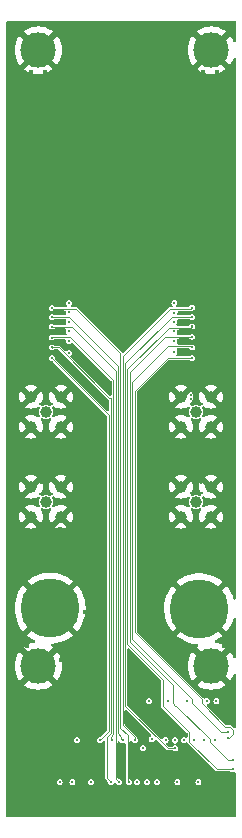
<source format=gbr>
%TF.GenerationSoftware,KiCad,Pcbnew,8.0.3*%
%TF.CreationDate,2024-08-09T22:56:58-04:00*%
%TF.ProjectId,wide_v1_4_layer,77696465-5f76-4315-9f34-5f6c61796572,V1*%
%TF.SameCoordinates,Original*%
%TF.FileFunction,Copper,L3,Inr*%
%TF.FilePolarity,Positive*%
%FSLAX46Y46*%
G04 Gerber Fmt 4.6, Leading zero omitted, Abs format (unit mm)*
G04 Created by KiCad (PCBNEW 8.0.3) date 2024-08-09 22:56:58*
%MOMM*%
%LPD*%
G01*
G04 APERTURE LIST*
%TA.AperFunction,ComponentPad*%
%ADD10C,0.990600*%
%TD*%
%TA.AperFunction,ComponentPad*%
%ADD11C,3.000000*%
%TD*%
%TA.AperFunction,ComponentPad*%
%ADD12C,5.000000*%
%TD*%
%TA.AperFunction,ViaPad*%
%ADD13C,0.300000*%
%TD*%
%TA.AperFunction,ViaPad*%
%ADD14C,0.400000*%
%TD*%
%TA.AperFunction,ViaPad*%
%ADD15C,0.500000*%
%TD*%
%TA.AperFunction,Conductor*%
%ADD16C,0.099060*%
%TD*%
G04 APERTURE END LIST*
D10*
%TO.N,Net-(C2-Pad1)*%
%TO.C,SMP2*%
X72390000Y-104140000D03*
%TO.N,GND*%
X71120000Y-105410000D03*
X73660000Y-105410000D03*
X73660000Y-102870000D03*
X71120000Y-102870000D03*
%TD*%
%TO.N,Net-(R3-Pad1)*%
%TO.C,SMP3*%
X85090000Y-104140000D03*
%TO.N,GND*%
X83820000Y-105410000D03*
X86360000Y-105410000D03*
X86360000Y-102870000D03*
X83820000Y-102870000D03*
%TD*%
D11*
%TO.N,GND*%
%TO.C,*%
X86390000Y-125660000D03*
%TD*%
D12*
%TO.N,GND*%
%TO.C,*%
X85375000Y-120800000D03*
%TD*%
D11*
%TO.N,GND*%
%TO.C,*%
X71740000Y-125660000D03*
%TD*%
D10*
%TO.N,Net-(C1-Pad1)*%
%TO.C,SMP1*%
X72390000Y-111760000D03*
%TO.N,GND*%
X71120000Y-113030000D03*
X73660000Y-113030000D03*
X73660000Y-110490000D03*
X71120000Y-110490000D03*
%TD*%
D11*
%TO.N,GND*%
%TO.C,*%
X71740000Y-73510000D03*
%TD*%
D10*
%TO.N,Net-(R4-Pad1)*%
%TO.C,SMP4*%
X85090000Y-111760000D03*
%TO.N,GND*%
X83820000Y-113030000D03*
X86360000Y-113030000D03*
X86360000Y-110490000D03*
X83820000Y-110490000D03*
%TD*%
D11*
%TO.N,GND*%
%TO.C,*%
X86390000Y-73510000D03*
%TD*%
D12*
%TO.N,GND*%
%TO.C,*%
X72740000Y-120760000D03*
%TD*%
D13*
%TO.N,unconnected-(ZIF1-Pad13)*%
X73550000Y-135480000D03*
X74334900Y-98138210D03*
%TO.N,Net-(Sample1-Pad15)*%
X74334900Y-97325410D03*
X74625200Y-135483600D03*
%TO.N,Net-(Sample1-Pad16)*%
X75031600Y-131927600D03*
X74327100Y-99130000D03*
%TO.N,Net-(Sample1-Pad17)*%
X74328700Y-96512799D03*
X76200000Y-135483600D03*
%TO.N,Net-(Sample1-Pad18)*%
X72889100Y-99600000D03*
X76962000Y-131927600D03*
%TO.N,Net-(Sample1-Pad19)*%
X77876400Y-135483600D03*
X72880000Y-98680000D03*
%TO.N,Net-(Sample1-Pad20)*%
X77971130Y-131927600D03*
X72880000Y-97845190D03*
%TO.N,Net-(Sample1-Pad21)*%
X78588000Y-135483600D03*
X72877900Y-96922230D03*
%TO.N,Net-(Sample1-Pad22)*%
X78878160Y-131949243D03*
X72877900Y-96087420D03*
%TO.N,Net-(Sample1-Pad23)*%
X79400000Y-135480000D03*
X72877900Y-95325410D03*
%TO.N,Net-(Sample1-Pad24)*%
X84750300Y-95311700D03*
X79908400Y-131927600D03*
%TO.N,unconnected-(ZIF1-Pad27)*%
X74328700Y-95700000D03*
X80118000Y-135483600D03*
%TO.N,31*%
X81788001Y-135483600D03*
X83265665Y-94899980D03*
%TO.N,32*%
X83265665Y-95749990D03*
X80619600Y-132588000D03*
%TO.N,33*%
X83260400Y-96499980D03*
X83515200Y-135483600D03*
%TO.N,34*%
X81328043Y-131879557D03*
X83260400Y-97299990D03*
%TO.N,35*%
X83260400Y-98150790D03*
X85293201Y-135483600D03*
%TO.N,36*%
X83260400Y-99090000D03*
X82524600Y-131902200D03*
%TO.N,37*%
X84745035Y-96911700D03*
X88188800Y-134416800D03*
%TO.N,39*%
X88188800Y-133654800D03*
X84768155Y-97773710D03*
%TO.N,40*%
X84768155Y-98685840D03*
X87833200Y-131216400D03*
%TO.N,Net-(Sample1-Pad37)*%
X84745035Y-96099330D03*
X83312000Y-132638800D03*
%TO.N,52*%
X86817200Y-128625600D03*
X86664800Y-131927600D03*
%TO.N,Net-(Sample1-Pad40)*%
X81127600Y-128625600D03*
X83312000Y-131927600D03*
%TO.N,Net-(Sample1-Pad42)*%
X82702400Y-128625600D03*
X84074000Y-131927600D03*
%TO.N,Net-(Sample1-Pad44)*%
X84328000Y-128625600D03*
X84937600Y-131927600D03*
%TO.N,Net-(Sample1-Pad46)*%
X85750400Y-131927600D03*
X86004400Y-128625600D03*
D14*
%TO.N,GND*%
X86537800Y-111734600D03*
D13*
X73758000Y-94340000D03*
X75120000Y-105249000D03*
D14*
X81762600Y-129489200D03*
D13*
X86160000Y-96387000D03*
D14*
X88050000Y-80020000D03*
X86610000Y-98910000D03*
D13*
X88110000Y-97326600D03*
X73650000Y-100970000D03*
D14*
X81110000Y-106260000D03*
X70517200Y-76543200D03*
D13*
X83510000Y-94350000D03*
X72280000Y-109480000D03*
D14*
X70550000Y-127510000D03*
D13*
X87194000Y-97700000D03*
D14*
X71500000Y-89050000D03*
X72974200Y-134416800D03*
X72317200Y-75343200D03*
X86335600Y-92391600D03*
X84772800Y-137845800D03*
D15*
X83814000Y-93300000D03*
D13*
X74193000Y-92250000D03*
D14*
X86334600Y-107035600D03*
D13*
X74139000Y-94340000D03*
D14*
X73590000Y-114100000D03*
X88070000Y-105880000D03*
D13*
X73950000Y-101270000D03*
D14*
X81680000Y-113080000D03*
X72315400Y-108779800D03*
D13*
X71570000Y-94750000D03*
X70440000Y-93480000D03*
X75120000Y-104074400D03*
X81650000Y-108810000D03*
X87190000Y-101480000D03*
X74170000Y-104161000D03*
D14*
X69480000Y-107320000D03*
D13*
X87560600Y-94806000D03*
D14*
X74938800Y-123500200D03*
D13*
X76020000Y-109810000D03*
D14*
X85000000Y-124000000D03*
X78896400Y-78820000D03*
D13*
X73812000Y-92250000D03*
X72260000Y-96018000D03*
D14*
X82000000Y-120400000D03*
D13*
X88100000Y-98955000D03*
X72669000Y-92250000D03*
X69400000Y-96563400D03*
X82370000Y-105114600D03*
D14*
X76490000Y-105190000D03*
D13*
X86640000Y-99840000D03*
X69410000Y-99309400D03*
X83290000Y-106580000D03*
D14*
X72470000Y-107360000D03*
D13*
X88110000Y-96209000D03*
X72390000Y-101070000D03*
D14*
X84496800Y-75343200D03*
X71145400Y-111709200D03*
X82310000Y-121320000D03*
D13*
X82370000Y-104733600D03*
X72260000Y-98670000D03*
D14*
X71805800Y-107924600D03*
D13*
X88110000Y-96590000D03*
D14*
X82569200Y-76543200D03*
D13*
X86160000Y-97149000D03*
D14*
X78296400Y-80020000D03*
D13*
X86160000Y-98658000D03*
X71549400Y-92406000D03*
X80720000Y-109760000D03*
X76210000Y-107440000D03*
D14*
X73793200Y-137845800D03*
X88030000Y-108940000D03*
D13*
X69410000Y-97785400D03*
D14*
X69860000Y-88090000D03*
D13*
X84640000Y-111000000D03*
D14*
X82572400Y-81030000D03*
X77096400Y-80020000D03*
D13*
X87194000Y-98900000D03*
X85450000Y-109700000D03*
X86160000Y-97885600D03*
X84310000Y-101930000D03*
D14*
X73496600Y-104052800D03*
D13*
X85240000Y-97897600D03*
D14*
X83388200Y-111861600D03*
X81460000Y-95020000D03*
X87960000Y-127670000D03*
X70793200Y-136645800D03*
D13*
X76550000Y-107770000D03*
X71310000Y-97040000D03*
X86160000Y-97530000D03*
D14*
X86900200Y-93055800D03*
X76546400Y-81030000D03*
D13*
X85240000Y-96018000D03*
X69410000Y-98166400D03*
D14*
X74696400Y-80020000D03*
D13*
X69410000Y-100452400D03*
D14*
X71393200Y-137845800D03*
D13*
X73050000Y-92250000D03*
X75520000Y-108060000D03*
D14*
X71670400Y-78820000D03*
D15*
X73780000Y-93300000D03*
D13*
X71310000Y-97776600D03*
X69400000Y-95420400D03*
D14*
X81369200Y-76543200D03*
D13*
X85470000Y-100780000D03*
D14*
X76020000Y-94000000D03*
D13*
X81670000Y-109760000D03*
X86620000Y-95190000D03*
X70719400Y-93226000D03*
X73431000Y-92250000D03*
D14*
X78946400Y-81030000D03*
D13*
X74530000Y-101880000D03*
X70400000Y-96582400D03*
X87194000Y-97344400D03*
X88110000Y-95447000D03*
D14*
X78619200Y-137845800D03*
D13*
X85240000Y-98289000D03*
D14*
X70097800Y-135585200D03*
X74120400Y-81030000D03*
D13*
X70330000Y-101180000D03*
X88100000Y-101596600D03*
X70950000Y-94390000D03*
D14*
X73660000Y-125120000D03*
D13*
X80720000Y-110159000D03*
X85330000Y-92550000D03*
X71310000Y-98549000D03*
D14*
X82780000Y-114580000D03*
X74070400Y-78820000D03*
X69725400Y-91392200D03*
X88050000Y-111090000D03*
X78343200Y-77743200D03*
D13*
X72400600Y-93884000D03*
D14*
X85096800Y-76543200D03*
X70193200Y-137845800D03*
X86640000Y-96030000D03*
D13*
X71310000Y-99311000D03*
D14*
X80172400Y-81030000D03*
X83281200Y-116000200D03*
X83000000Y-116900000D03*
X83169200Y-75343200D03*
D13*
X72870000Y-108910000D03*
X80720000Y-108920000D03*
X70400000Y-96201400D03*
D14*
X88050000Y-112960000D03*
D13*
X70400000Y-98138000D03*
D14*
X86300000Y-81030000D03*
X76464600Y-106434600D03*
D13*
X87194000Y-98138000D03*
X87194000Y-96582400D03*
D14*
X79410000Y-96584800D03*
D13*
X73020000Y-94620000D03*
D14*
X72317200Y-77743200D03*
D13*
X72110000Y-100780000D03*
X83290000Y-106140000D03*
X69400000Y-97300000D03*
X75120000Y-104430000D03*
D14*
X73660000Y-111683800D03*
X70024400Y-90143800D03*
X81924800Y-116209800D03*
X69500000Y-123490000D03*
X71297800Y-135585200D03*
X76219200Y-137845800D03*
D13*
X87194000Y-95820400D03*
D14*
X75960000Y-116530000D03*
X75900000Y-105770400D03*
X76010000Y-120320000D03*
D13*
X72260000Y-99480000D03*
D14*
X84496800Y-77743200D03*
X71221600Y-107061000D03*
D13*
X83944000Y-100970000D03*
X69400000Y-96944400D03*
X88110000Y-96971000D03*
X74170000Y-104542000D03*
D14*
X85372800Y-136645800D03*
X87772800Y-136645800D03*
D13*
X87194000Y-98519000D03*
X74170000Y-103780000D03*
D14*
X72339200Y-105968800D03*
D13*
X84990000Y-92270000D03*
D14*
X80769200Y-75343200D03*
X72917200Y-76543200D03*
D13*
X69410000Y-101570000D03*
D14*
X71070400Y-80020000D03*
X76100000Y-122000000D03*
D13*
X86160000Y-99039000D03*
D14*
X75619200Y-136645800D03*
X83960000Y-107220000D03*
D13*
X87840000Y-95060000D03*
X83064000Y-101880000D03*
X84940000Y-101420000D03*
D14*
X87149000Y-90868000D03*
D13*
X83782000Y-92250000D03*
X73080000Y-100400000D03*
D14*
X75296400Y-78820000D03*
D13*
X85540000Y-110130000D03*
D14*
X72920400Y-81030000D03*
D13*
X81640000Y-106990000D03*
X72880000Y-111080000D03*
X73360000Y-100690000D03*
D14*
X74850000Y-114420000D03*
D13*
X70998800Y-92972000D03*
X70400000Y-95820400D03*
X72790000Y-100120000D03*
D14*
X85696800Y-77743200D03*
X87450000Y-78820000D03*
X72188600Y-116693200D03*
D13*
X75120000Y-104868000D03*
X83401000Y-92250000D03*
D14*
X87090000Y-106560000D03*
D13*
X86160000Y-95625000D03*
D14*
X81969200Y-77743200D03*
X70637400Y-108000800D03*
D13*
X72510000Y-99830000D03*
X72260000Y-95620000D03*
X82250000Y-106360000D03*
X87194000Y-99255600D03*
D14*
X80722400Y-80020000D03*
D13*
X76950000Y-110580000D03*
D14*
X86334600Y-108889800D03*
D13*
X72030000Y-109790000D03*
D14*
X77143200Y-77743200D03*
X70589000Y-90808000D03*
D13*
X72260000Y-97897600D03*
D14*
X85696800Y-75343200D03*
X76543200Y-76543200D03*
X72870400Y-78820000D03*
D13*
X69400000Y-95801400D03*
X84804000Y-100120000D03*
X75240000Y-106450000D03*
X69410000Y-101214400D03*
X71310000Y-96278000D03*
D14*
X87000000Y-109390000D03*
X75660000Y-117500000D03*
X78943200Y-76543200D03*
X79569200Y-77743200D03*
D13*
X84234000Y-100690000D03*
X83020000Y-92250000D03*
D14*
X88096800Y-77743200D03*
X83169200Y-77743200D03*
X69480000Y-113120000D03*
D13*
X76950000Y-109380000D03*
D14*
X84172600Y-117700000D03*
X77419200Y-137845800D03*
X88096800Y-75343200D03*
D13*
X76950000Y-108960000D03*
D14*
X81969200Y-75343200D03*
X82845200Y-136645800D03*
X69430000Y-127510000D03*
D13*
X73270000Y-101930000D03*
D14*
X85650000Y-80020000D03*
D13*
X87194000Y-96963400D03*
D14*
X87757000Y-135585200D03*
X87500000Y-118000000D03*
D13*
X84160000Y-108850000D03*
D14*
X73583800Y-107035600D03*
D15*
X84900000Y-93660000D03*
D14*
X77970000Y-96564800D03*
D13*
X69410000Y-100071400D03*
X72260000Y-98289000D03*
D14*
X73126600Y-124028200D03*
X74850000Y-113327800D03*
D13*
X84340000Y-94570000D03*
X71310000Y-95897000D03*
D14*
X87500000Y-81030000D03*
D13*
X75180000Y-107730000D03*
X69400000Y-96182400D03*
X84570000Y-92250000D03*
D14*
X82360000Y-113280000D03*
D13*
X85240000Y-96780000D03*
D14*
X81045200Y-137845800D03*
D13*
X84690000Y-102250000D03*
D15*
X85350000Y-94090000D03*
D14*
X84450000Y-80020000D03*
D13*
X75120000Y-106050000D03*
D15*
X84394000Y-93300000D03*
D14*
X88050000Y-92680000D03*
X76020000Y-93080000D03*
D13*
X74840000Y-107390000D03*
D14*
X86610000Y-97990000D03*
D13*
X80730000Y-107990000D03*
X75120000Y-102931400D03*
D14*
X79522400Y-80020000D03*
X72747400Y-115753400D03*
X80169200Y-76543200D03*
X87810000Y-113850000D03*
D13*
X71310000Y-96659000D03*
D14*
X85700000Y-116200000D03*
D13*
X88100000Y-100098000D03*
X83074000Y-94340000D03*
X80720000Y-109340000D03*
D14*
X74743200Y-77743200D03*
D13*
X72288000Y-92250000D03*
X70830000Y-99920000D03*
X70400000Y-97344400D03*
X76840000Y-108080000D03*
X85820000Y-101970000D03*
X69400000Y-95039400D03*
X88100000Y-99336000D03*
D14*
X87172800Y-137845800D03*
X77143200Y-75343200D03*
D13*
X72260000Y-99099000D03*
D14*
X75943200Y-77743200D03*
X85100000Y-81030000D03*
X80880000Y-96530000D03*
D13*
X74120000Y-109720000D03*
D14*
X71528800Y-91392200D03*
D13*
X85240000Y-96399000D03*
D14*
X87496800Y-76543200D03*
X87930000Y-89090000D03*
D13*
X82370000Y-103559000D03*
X85240000Y-97542000D03*
X84690000Y-101740000D03*
X84850000Y-109120000D03*
X86451200Y-93732000D03*
X86160000Y-99775600D03*
D14*
X87980000Y-123040000D03*
X83722400Y-78820000D03*
X74850000Y-112286400D03*
X71720400Y-81030000D03*
D13*
X70540000Y-99640000D03*
X72260000Y-97161000D03*
D14*
X81490000Y-93980000D03*
D13*
X82370000Y-105915600D03*
D14*
X87174400Y-88531200D03*
X75800000Y-118500000D03*
D13*
X81700000Y-108270000D03*
X70400000Y-97700000D03*
X82370000Y-103178000D03*
D14*
X86896800Y-77743200D03*
X79845200Y-137845800D03*
D13*
X74574000Y-92250000D03*
X71110000Y-100220000D03*
D14*
X86250000Y-78820000D03*
D13*
X69410000Y-98547400D03*
D15*
X86180000Y-94920000D03*
D13*
X85150000Y-109380000D03*
X82700000Y-107270000D03*
D14*
X86893400Y-104140000D03*
D13*
X84560000Y-108880000D03*
D14*
X83769200Y-76543200D03*
X88100000Y-107020000D03*
X70410600Y-115728000D03*
X85191600Y-113004600D03*
D13*
X88100000Y-98574000D03*
X88100000Y-97812000D03*
X87010000Y-94240000D03*
D14*
X75346400Y-81030000D03*
X86584400Y-90203800D03*
D13*
X86930000Y-95470000D03*
X76950000Y-110199000D03*
X70400000Y-99255600D03*
X86180000Y-93420000D03*
D14*
X87500000Y-124000000D03*
X69720000Y-92840000D03*
X81922400Y-80020000D03*
X69450000Y-115110000D03*
X74380000Y-124440000D03*
D13*
X88100000Y-100479000D03*
D14*
X86893400Y-107950000D03*
D13*
X72329000Y-93160000D03*
X85240000Y-98670000D03*
X72940000Y-103500000D03*
D14*
X73517200Y-75343200D03*
X85130000Y-107310000D03*
X71221600Y-108864400D03*
X85006200Y-117100000D03*
D13*
X82764000Y-102180000D03*
D14*
X81372400Y-81030000D03*
X77743200Y-76543200D03*
D15*
X73200000Y-93300000D03*
D14*
X86260000Y-89090000D03*
D13*
X85600000Y-102340000D03*
X70330000Y-101610000D03*
X74220000Y-106710000D03*
D14*
X72288400Y-112953800D03*
D13*
X71310000Y-99666600D03*
D14*
X86572800Y-136645800D03*
D13*
X73280000Y-108800000D03*
X82370000Y-104295600D03*
X75120000Y-105630000D03*
D14*
X73517200Y-77743200D03*
D13*
X81670000Y-110159000D03*
D14*
X87140000Y-114390000D03*
X86758800Y-116007800D03*
X81968200Y-122085600D03*
D13*
X88100000Y-101241000D03*
D14*
X70520400Y-81030000D03*
X69430000Y-120980000D03*
X71117200Y-77743200D03*
D13*
X86040000Y-100210000D03*
X86730600Y-93986000D03*
X70400000Y-95439400D03*
D14*
X86285400Y-91452200D03*
X88088800Y-91452200D03*
D13*
X71940000Y-110170000D03*
D14*
X79569200Y-75343200D03*
D13*
X84163000Y-92250000D03*
D14*
X83122400Y-80020000D03*
D13*
X85084000Y-99830000D03*
D14*
X81645200Y-136645800D03*
D13*
X76020000Y-110590000D03*
X86930000Y-99530000D03*
X70400000Y-98900000D03*
X74240000Y-101550000D03*
D14*
X83388200Y-107924600D03*
D13*
X86160000Y-98277000D03*
D15*
X83194000Y-93300000D03*
D14*
X69410000Y-118970000D03*
D13*
X71310000Y-95135000D03*
D14*
X69480000Y-109420000D03*
D13*
X75120000Y-103693400D03*
D14*
X70789800Y-124002800D03*
D13*
X81020000Y-107620000D03*
D14*
X86200000Y-117600000D03*
X84556600Y-107924600D03*
D13*
X70400000Y-95058400D03*
D14*
X76819200Y-136645800D03*
D13*
X82474000Y-102460000D03*
X85240000Y-99099000D03*
D14*
X73179200Y-116667800D03*
X84000000Y-124500000D03*
X71717200Y-76543200D03*
X80122400Y-78820000D03*
X85115400Y-105841800D03*
D13*
X71910000Y-92230000D03*
X69410000Y-100833400D03*
X74830000Y-102180000D03*
X83354000Y-101550000D03*
D14*
X70586600Y-104165400D03*
D13*
X75120000Y-103312400D03*
D14*
X70665200Y-91976400D03*
X80769200Y-77743200D03*
D13*
X86160000Y-99420000D03*
D14*
X75010000Y-110290000D03*
D13*
X70640000Y-94710000D03*
D14*
X83772400Y-81030000D03*
X82522400Y-78820000D03*
D13*
X88100000Y-98193000D03*
X83300000Y-104049000D03*
D14*
X87620000Y-115310000D03*
X69917200Y-77743200D03*
D13*
X70360000Y-100800000D03*
X72440000Y-95220000D03*
D14*
X83445200Y-137845800D03*
D13*
X82370000Y-103940000D03*
D14*
X69480000Y-111180000D03*
X75668200Y-121085600D03*
D13*
X71820000Y-100500000D03*
X72680000Y-93630000D03*
X71890000Y-103460000D03*
D14*
X73888200Y-115735600D03*
X75578200Y-119405600D03*
X85370000Y-108630000D03*
X73050400Y-107950000D03*
D13*
X73350000Y-94350000D03*
X88100000Y-99717000D03*
X76950000Y-109800000D03*
D14*
X70994800Y-116693200D03*
X74743200Y-75343200D03*
D13*
X83300000Y-104430000D03*
D14*
X70470400Y-78820000D03*
X75943200Y-75343200D03*
X86850000Y-80020000D03*
D13*
X74520000Y-94340000D03*
D14*
X70390000Y-122990000D03*
X70461400Y-117683800D03*
X78343200Y-75343200D03*
D13*
X83030000Y-106930000D03*
X69889400Y-94046000D03*
X72260000Y-96399000D03*
D14*
X77970000Y-97530000D03*
D13*
X82370000Y-105495600D03*
D14*
X82163000Y-115479800D03*
X81322400Y-78820000D03*
X69870400Y-80020000D03*
X76660000Y-96520000D03*
D15*
X74400000Y-93300000D03*
D14*
X87174400Y-89623400D03*
D13*
X85640000Y-103510000D03*
X82370000Y-107610000D03*
D14*
X87840000Y-93640000D03*
X75390000Y-122690000D03*
X76496400Y-78820000D03*
X74419200Y-136645800D03*
X82243000Y-117095400D03*
X85801200Y-107950000D03*
D13*
X72129400Y-94196000D03*
D14*
X77746400Y-81030000D03*
D13*
X87190000Y-101030000D03*
D14*
X69430000Y-105560000D03*
X84060000Y-104130000D03*
X71444200Y-90298400D03*
D13*
X83644000Y-101270000D03*
X75870000Y-107100000D03*
X72980000Y-101650000D03*
D14*
X87300000Y-117200000D03*
D13*
X80720000Y-108490000D03*
X72710000Y-93160000D03*
X85900600Y-93166000D03*
X83750000Y-108850000D03*
D14*
X86557000Y-135585200D03*
D13*
X85240000Y-97161000D03*
D14*
X86896800Y-75343200D03*
D13*
X71910000Y-93420000D03*
D14*
X69700000Y-89030000D03*
D13*
X71310000Y-98930000D03*
D14*
X86296800Y-76543200D03*
X75880000Y-114580000D03*
X80445200Y-136645800D03*
D13*
X74120000Y-108800000D03*
X75120000Y-102460000D03*
X71900000Y-111090000D03*
X69610000Y-94300000D03*
D14*
X70614400Y-88471200D03*
D13*
X84700000Y-103060000D03*
D14*
X75670000Y-113100000D03*
X82400000Y-123000000D03*
D13*
X85240000Y-99480000D03*
D14*
X69410000Y-125140000D03*
X84172800Y-136645800D03*
D13*
X84680000Y-94910000D03*
D14*
X85050000Y-78820000D03*
D13*
X69410000Y-98928400D03*
X86160000Y-96006000D03*
D14*
X71993200Y-136645800D03*
X77696400Y-78820000D03*
D13*
X76020000Y-110209000D03*
X84500000Y-100400000D03*
X69410000Y-99690400D03*
X75790000Y-108350000D03*
D14*
X81135400Y-105015400D03*
X85972800Y-137845800D03*
D13*
X72260000Y-96780000D03*
D15*
X85780000Y-94490000D03*
D14*
X70969400Y-114839000D03*
X69917200Y-75343200D03*
X75440000Y-111290000D03*
D13*
X71310000Y-95516000D03*
D14*
X82340000Y-119570000D03*
D13*
X85240000Y-95620000D03*
X71270000Y-92660000D03*
D14*
X81734800Y-114479800D03*
X88004200Y-90358400D03*
X72188600Y-114839000D03*
D13*
X87200000Y-100580000D03*
X71310000Y-98168000D03*
D14*
X75019200Y-137845800D03*
D13*
X81670000Y-110540000D03*
X81960000Y-106670000D03*
X86160000Y-96768000D03*
D14*
X72593200Y-137845800D03*
X71655200Y-115753400D03*
D13*
X74170000Y-106280000D03*
X74520000Y-107060000D03*
X85760000Y-100500000D03*
D14*
X73788800Y-117683800D03*
D13*
X85620000Y-92860000D03*
X88100000Y-100860000D03*
X70400000Y-96963400D03*
D14*
X70614400Y-89563400D03*
X72270400Y-80020000D03*
X78019200Y-136645800D03*
D13*
X84650000Y-103470000D03*
X71850000Y-94450000D03*
D14*
X74320000Y-116650000D03*
D13*
X83950000Y-94360000D03*
D14*
X75896400Y-80020000D03*
D13*
X71540000Y-100210000D03*
D14*
X86200000Y-115245800D03*
X73193200Y-136645800D03*
D13*
X85200000Y-101100000D03*
X76950000Y-108530000D03*
D14*
X83944800Y-115300000D03*
D13*
X84700000Y-102680000D03*
D14*
X79410000Y-97550000D03*
D13*
X71310000Y-97421000D03*
X73700000Y-108800000D03*
D14*
X75528200Y-115615600D03*
X81490000Y-93060000D03*
D13*
X72730000Y-94910000D03*
X70400000Y-98519000D03*
X72680000Y-101350000D03*
D14*
X70290000Y-113930000D03*
X84900000Y-115100000D03*
D13*
X82020000Y-107950000D03*
X88110000Y-95828000D03*
D14*
X83431400Y-114153600D03*
D13*
X82370000Y-102797000D03*
X87194000Y-96201400D03*
D14*
X82360000Y-111146400D03*
D13*
X81340000Y-107300000D03*
X83300000Y-103668000D03*
X71260000Y-94080000D03*
D14*
X75343200Y-76543200D03*
X79245200Y-136645800D03*
D13*
X69400000Y-94658400D03*
X80720000Y-110540000D03*
D14*
X81700000Y-105679600D03*
X83500000Y-123500000D03*
X87225200Y-92036400D03*
D13*
X72260000Y-97542000D03*
X76030000Y-108710000D03*
D14*
X71117200Y-75343200D03*
D13*
X70168800Y-93792000D03*
D14*
X86640000Y-96950000D03*
D13*
X72580000Y-109210000D03*
D14*
X69430000Y-117070000D03*
X73470400Y-80020000D03*
X74142600Y-107950000D03*
X82245200Y-137845800D03*
D13*
X71570000Y-93760000D03*
X85570000Y-111010000D03*
X87281200Y-94552000D03*
D14*
X74117200Y-76543200D03*
D13*
X75550000Y-106770000D03*
D14*
X75990000Y-95040000D03*
D13*
%TO.N,38*%
X87833200Y-131724400D03*
X84745035Y-99599320D03*
%TO.N,Net-(Sample1-Pad25)*%
X74330000Y-94910000D03*
X80930000Y-135480000D03*
%TD*%
D16*
%TO.N,Net-(Sample1-Pad18)*%
X77693900Y-131195700D02*
X76962000Y-131927600D01*
X77693900Y-131195700D02*
X77693900Y-104404800D01*
X77693900Y-104404800D02*
X72889100Y-99600000D01*
%TO.N,Net-(Sample1-Pad19)*%
X77572100Y-135179300D02*
X77876400Y-135483600D01*
X77892960Y-102938660D02*
X77892960Y-131334920D01*
X73453500Y-98680000D02*
X72880000Y-98680000D01*
X77572100Y-131655780D02*
X77572100Y-135179300D01*
X72900000Y-98700000D02*
X72880000Y-98680000D01*
X77892960Y-131334920D02*
X77572100Y-131655780D01*
X77892960Y-102938660D02*
X77712160Y-102938660D01*
X77712160Y-102938660D02*
X73453500Y-98680000D01*
%TO.N,Net-(Sample1-Pad20)*%
X74420300Y-97800010D02*
X72925180Y-97800010D01*
X72925180Y-97800010D02*
X72880000Y-97845190D01*
X77871160Y-131827630D02*
X77971130Y-131927600D01*
X78092020Y-101471730D02*
X74420300Y-97800010D01*
X78092020Y-131417374D02*
X78092020Y-101471730D01*
X77871160Y-131638234D02*
X77871160Y-131827630D01*
X78092020Y-131417374D02*
X77871160Y-131638234D01*
%TO.N,Net-(Sample1-Pad21)*%
X78291080Y-100650639D02*
X78291080Y-135186680D01*
X74562671Y-96922230D02*
X78291080Y-100650639D01*
X78291080Y-135186680D02*
X78588000Y-135483600D01*
X72877900Y-96922230D02*
X74562671Y-96922230D01*
%TO.N,Net-(Sample1-Pad22)*%
X78878160Y-131949243D02*
X78778190Y-131849273D01*
X78490140Y-100250639D02*
X74326921Y-96087420D01*
X78490140Y-131350185D02*
X78490140Y-100250639D01*
X74326921Y-96087420D02*
X72877900Y-96087420D01*
X78778190Y-131638235D02*
X78490140Y-131350185D01*
X78778190Y-131849273D02*
X78778190Y-131638235D01*
%TO.N,Net-(Sample1-Pad23)*%
X72952960Y-95400470D02*
X72877900Y-95325410D01*
X79298800Y-135378800D02*
X79400000Y-135480000D01*
X74892840Y-95400470D02*
X78689200Y-99196830D01*
X78689200Y-99196830D02*
X78689200Y-130905379D01*
X78689200Y-130905379D02*
X79298800Y-131514979D01*
X74892840Y-95400470D02*
X72952960Y-95400470D01*
X79298800Y-131514979D02*
X79298800Y-135378800D01*
%TO.N,Net-(Sample1-Pad24)*%
X84611540Y-95450460D02*
X84750300Y-95311700D01*
X82859170Y-95450460D02*
X84611540Y-95450460D01*
X79908400Y-131701644D02*
X78888260Y-130681504D01*
X79908400Y-131927600D02*
X79908400Y-131701644D01*
X78888260Y-99421370D02*
X82859170Y-95450460D01*
X78888260Y-130681504D02*
X78888260Y-99421370D01*
%TO.N,37*%
X84538070Y-131274070D02*
X84538070Y-132093091D01*
X84656275Y-97000460D02*
X84745035Y-96911700D01*
X79286380Y-123820248D02*
X82289130Y-126822998D01*
X82795920Y-97000460D02*
X84656275Y-97000460D01*
X84538070Y-132093091D02*
X86861779Y-134416800D01*
X82289130Y-126822998D02*
X82289130Y-129025130D01*
X82289130Y-129025130D02*
X84538070Y-131274070D01*
X79286380Y-100510000D02*
X79286380Y-123820248D01*
X79286380Y-100510000D02*
X82795920Y-97000460D01*
X86861779Y-134416800D02*
X88188800Y-134416800D01*
%TO.N,39*%
X79485440Y-123596374D02*
X79485440Y-100797539D01*
X86265270Y-131876800D02*
X83413600Y-129025130D01*
X83349709Y-129025130D02*
X83115670Y-128791091D01*
X83115670Y-128791091D02*
X83115670Y-127226604D01*
X79485440Y-100797539D02*
X82509269Y-97773710D01*
X82509269Y-97773710D02*
X84768155Y-97773710D01*
X86265270Y-132093091D02*
X86265270Y-131876800D01*
X87826979Y-133654800D02*
X86265270Y-132093091D01*
X83413600Y-129025130D02*
X83349709Y-129025130D01*
X88188800Y-133654800D02*
X87826979Y-133654800D01*
X83115670Y-127226604D02*
X79485440Y-123596374D01*
%TO.N,40*%
X84682785Y-98600470D02*
X84768155Y-98685840D01*
X82719530Y-98600470D02*
X84682785Y-98600470D01*
X84792070Y-128480070D02*
X79684500Y-123372500D01*
X84792070Y-128791091D02*
X84792070Y-128480070D01*
X79684500Y-123372500D02*
X79684500Y-101635500D01*
X87217379Y-131216400D02*
X84792070Y-128791091D01*
X79684500Y-101635500D02*
X82719530Y-98600470D01*
X87833200Y-131216400D02*
X87217379Y-131216400D01*
%TO.N,Net-(Sample1-Pad37)*%
X82696179Y-132638800D02*
X79087320Y-129029941D01*
X79087320Y-129029941D02*
X79087320Y-100033480D01*
X83312000Y-132638800D02*
X82696179Y-132638800D01*
X79087320Y-100033480D02*
X83021470Y-96099330D01*
X83021470Y-96099330D02*
X84745035Y-96099330D01*
%TO.N,38*%
X87998691Y-130816870D02*
X87586069Y-130816870D01*
X87890221Y-131724400D02*
X88232730Y-131381891D01*
X87833200Y-131724400D02*
X87890221Y-131724400D01*
X85591130Y-128821931D02*
X85591130Y-128460109D01*
X87586069Y-130816870D02*
X85591130Y-128821931D01*
X85591130Y-128460109D02*
X79910000Y-122778979D01*
X88232730Y-131381891D02*
X88232730Y-131050909D01*
X88232730Y-131050909D02*
X87998691Y-130816870D01*
X82700680Y-99599320D02*
X84745035Y-99599320D01*
X79910000Y-102390000D02*
X82700680Y-99599320D01*
X79910000Y-122778979D02*
X79910000Y-102390000D01*
%TD*%
%TA.AperFunction,Conductor*%
%TO.N,GND*%
G36*
X88436939Y-71026505D02*
G01*
X88482694Y-71079309D01*
X88493900Y-71130820D01*
X88493900Y-72740442D01*
X88474215Y-72807481D01*
X88421411Y-72853236D01*
X88352253Y-72863180D01*
X88288697Y-72834155D01*
X88253718Y-72783776D01*
X88213908Y-72677041D01*
X88076808Y-72425961D01*
X88076807Y-72425960D01*
X87970115Y-72283436D01*
X87288621Y-72964930D01*
X87205589Y-72840664D01*
X87059336Y-72694411D01*
X86935068Y-72611378D01*
X87616562Y-71929883D01*
X87616561Y-71929882D01*
X87474046Y-71823196D01*
X87474038Y-71823191D01*
X87222957Y-71686091D01*
X87222958Y-71686091D01*
X86954895Y-71586109D01*
X86675362Y-71525300D01*
X86390001Y-71504891D01*
X86389999Y-71504891D01*
X86104637Y-71525300D01*
X85825104Y-71586109D01*
X85557041Y-71686091D01*
X85305961Y-71823191D01*
X85305953Y-71823196D01*
X85163437Y-71929882D01*
X85163436Y-71929883D01*
X85844931Y-72611378D01*
X85720664Y-72694411D01*
X85574411Y-72840664D01*
X85491378Y-72964931D01*
X84809883Y-72283436D01*
X84809882Y-72283437D01*
X84703196Y-72425953D01*
X84703191Y-72425961D01*
X84566091Y-72677041D01*
X84466109Y-72945104D01*
X84405300Y-73224637D01*
X84384891Y-73509998D01*
X84384891Y-73510001D01*
X84405300Y-73795362D01*
X84466109Y-74074895D01*
X84566091Y-74342958D01*
X84703191Y-74594038D01*
X84703196Y-74594046D01*
X84809882Y-74736561D01*
X84809883Y-74736562D01*
X85491377Y-74055067D01*
X85574411Y-74179336D01*
X85720664Y-74325589D01*
X85844930Y-74408621D01*
X85163436Y-75090115D01*
X85305960Y-75196807D01*
X85305961Y-75196808D01*
X85557042Y-75333908D01*
X85557041Y-75333908D01*
X85825104Y-75433890D01*
X86104637Y-75494699D01*
X86389999Y-75515109D01*
X86390001Y-75515109D01*
X86675362Y-75494699D01*
X86954895Y-75433890D01*
X87222958Y-75333908D01*
X87474047Y-75196803D01*
X87616561Y-75090116D01*
X87616562Y-75090115D01*
X86935068Y-74408621D01*
X87059336Y-74325589D01*
X87205589Y-74179336D01*
X87288621Y-74055068D01*
X87970115Y-74736562D01*
X87970116Y-74736561D01*
X88076803Y-74594047D01*
X88213908Y-74342957D01*
X88213910Y-74342953D01*
X88253718Y-74236224D01*
X88295589Y-74180290D01*
X88361054Y-74155873D01*
X88429327Y-74170725D01*
X88478732Y-74220130D01*
X88493900Y-74279557D01*
X88493900Y-119911178D01*
X88474215Y-119978217D01*
X88421411Y-120023972D01*
X88352253Y-120033916D01*
X88288697Y-120004891D01*
X88251109Y-119946742D01*
X88198854Y-119772199D01*
X88060444Y-119451329D01*
X88060438Y-119451316D01*
X87885710Y-119148677D01*
X87677032Y-118868374D01*
X87668850Y-118859702D01*
X86954919Y-119573632D01*
X86881906Y-119478479D01*
X86696521Y-119293094D01*
X86601366Y-119220079D01*
X87312180Y-118509265D01*
X87312179Y-118509264D01*
X87169519Y-118389557D01*
X86877538Y-118197519D01*
X86565260Y-118040685D01*
X86565254Y-118040683D01*
X86236869Y-117921161D01*
X86236866Y-117921160D01*
X85896828Y-117840570D01*
X85549723Y-117800000D01*
X85200277Y-117800000D01*
X84853172Y-117840570D01*
X84853170Y-117840570D01*
X84513133Y-117921160D01*
X84513130Y-117921161D01*
X84184745Y-118040683D01*
X84184739Y-118040685D01*
X83872461Y-118197519D01*
X83580480Y-118389557D01*
X83437819Y-118509264D01*
X83437818Y-118509265D01*
X84148633Y-119220079D01*
X84053479Y-119293094D01*
X83868094Y-119478479D01*
X83795080Y-119573633D01*
X83081148Y-118859701D01*
X83081147Y-118859702D01*
X83072976Y-118868363D01*
X83072972Y-118868368D01*
X82864289Y-119148677D01*
X82689561Y-119451316D01*
X82689555Y-119451329D01*
X82551145Y-119772199D01*
X82450916Y-120106988D01*
X82450914Y-120106997D01*
X82390236Y-120451119D01*
X82390235Y-120451130D01*
X82369916Y-120799996D01*
X82369916Y-120800003D01*
X82390235Y-121148869D01*
X82390236Y-121148880D01*
X82450914Y-121493002D01*
X82450916Y-121493011D01*
X82551145Y-121827800D01*
X82689555Y-122148670D01*
X82689561Y-122148683D01*
X82864289Y-122451322D01*
X83072967Y-122731625D01*
X83081148Y-122740296D01*
X83795079Y-122026365D01*
X83868094Y-122121521D01*
X84053479Y-122306906D01*
X84148632Y-122379919D01*
X83437818Y-123090733D01*
X83437819Y-123090734D01*
X83580484Y-123210445D01*
X83872461Y-123402480D01*
X84184739Y-123559314D01*
X84184745Y-123559316D01*
X84513130Y-123678838D01*
X84513133Y-123678839D01*
X84853171Y-123759429D01*
X85182973Y-123797977D01*
X85247274Y-123825311D01*
X85286590Y-123883070D01*
X85288437Y-123952915D01*
X85252231Y-124012672D01*
X85242888Y-124020406D01*
X85163437Y-124079882D01*
X85163436Y-124079883D01*
X85844931Y-124761378D01*
X85720664Y-124844411D01*
X85574411Y-124990664D01*
X85491378Y-125114931D01*
X84809883Y-124433436D01*
X84809882Y-124433437D01*
X84703196Y-124575953D01*
X84703191Y-124575961D01*
X84566091Y-124827041D01*
X84466109Y-125095104D01*
X84405300Y-125374637D01*
X84384891Y-125659998D01*
X84384891Y-125660001D01*
X84405300Y-125945362D01*
X84466109Y-126224895D01*
X84566091Y-126492958D01*
X84703191Y-126744038D01*
X84703196Y-126744046D01*
X84809882Y-126886561D01*
X84809883Y-126886562D01*
X85491377Y-126205067D01*
X85574411Y-126329336D01*
X85720664Y-126475589D01*
X85844930Y-126558621D01*
X85163436Y-127240115D01*
X85305960Y-127346807D01*
X85305961Y-127346808D01*
X85557042Y-127483908D01*
X85557041Y-127483908D01*
X85825104Y-127583890D01*
X86104637Y-127644699D01*
X86389999Y-127665109D01*
X86390001Y-127665109D01*
X86675362Y-127644699D01*
X86954895Y-127583890D01*
X87222958Y-127483908D01*
X87474047Y-127346803D01*
X87616561Y-127240116D01*
X87616562Y-127240115D01*
X86935068Y-126558621D01*
X87059336Y-126475589D01*
X87205589Y-126329336D01*
X87288621Y-126205068D01*
X87970115Y-126886562D01*
X87970116Y-126886561D01*
X88076803Y-126744047D01*
X88213908Y-126492957D01*
X88213910Y-126492953D01*
X88253718Y-126386224D01*
X88295589Y-126330290D01*
X88361054Y-126305873D01*
X88429327Y-126320725D01*
X88478732Y-126370130D01*
X88493900Y-126429557D01*
X88493900Y-130800542D01*
X88474215Y-130867581D01*
X88421411Y-130913336D01*
X88352253Y-130923280D01*
X88288697Y-130894255D01*
X88282219Y-130888223D01*
X88083678Y-130689682D01*
X88028534Y-130666840D01*
X87699576Y-130666840D01*
X87632537Y-130647155D01*
X87611895Y-130630521D01*
X86049984Y-129068610D01*
X86016499Y-129007287D01*
X86021483Y-128937595D01*
X86063355Y-128881662D01*
X86091961Y-128868907D01*
X86090857Y-128866240D01*
X86102136Y-128861567D01*
X86102136Y-128861566D01*
X86102140Y-128861566D01*
X86185001Y-128806201D01*
X86240366Y-128723340D01*
X86259808Y-128625600D01*
X86259808Y-128625597D01*
X86561792Y-128625597D01*
X86561792Y-128625602D01*
X86581233Y-128723338D01*
X86581233Y-128723339D01*
X86581234Y-128723340D01*
X86636599Y-128806201D01*
X86719460Y-128861566D01*
X86743631Y-128866374D01*
X86817198Y-128881008D01*
X86817200Y-128881008D01*
X86817202Y-128881008D01*
X86870398Y-128870426D01*
X86914940Y-128861566D01*
X86997801Y-128806201D01*
X87053166Y-128723340D01*
X87072608Y-128625600D01*
X87072608Y-128625597D01*
X87053166Y-128527861D01*
X87053166Y-128527860D01*
X86997801Y-128444999D01*
X86914940Y-128389634D01*
X86914939Y-128389633D01*
X86914938Y-128389633D01*
X86817202Y-128370192D01*
X86817198Y-128370192D01*
X86719461Y-128389633D01*
X86636599Y-128444999D01*
X86581233Y-128527861D01*
X86561792Y-128625597D01*
X86259808Y-128625597D01*
X86240366Y-128527861D01*
X86240366Y-128527860D01*
X86185001Y-128444999D01*
X86102140Y-128389634D01*
X86102139Y-128389633D01*
X86102138Y-128389633D01*
X86004402Y-128370192D01*
X86004398Y-128370192D01*
X85906662Y-128389632D01*
X85886255Y-128403268D01*
X85819577Y-128424144D01*
X85752197Y-128405658D01*
X85728207Y-128382508D01*
X85726956Y-128383760D01*
X85676116Y-128332921D01*
X80096349Y-122753154D01*
X80062864Y-122691831D01*
X80060030Y-122665473D01*
X80060030Y-110490000D01*
X82819884Y-110490000D01*
X82839100Y-110685111D01*
X82896013Y-110872727D01*
X82961395Y-110995049D01*
X83451700Y-110504745D01*
X83451700Y-110538488D01*
X83476799Y-110632158D01*
X83525287Y-110716141D01*
X83593859Y-110784713D01*
X83677842Y-110833201D01*
X83771512Y-110858300D01*
X83805252Y-110858300D01*
X83314948Y-111348604D01*
X83437267Y-111413985D01*
X83624888Y-111470899D01*
X83820000Y-111490115D01*
X84015111Y-111470899D01*
X84202732Y-111413985D01*
X84375629Y-111321569D01*
X84380698Y-111318183D01*
X84381811Y-111319849D01*
X84437643Y-111296125D01*
X84506513Y-111307904D01*
X84558082Y-111355047D01*
X84575977Y-111422586D01*
X84566582Y-111466741D01*
X84509537Y-111604461D01*
X84509536Y-111604465D01*
X84489059Y-111759999D01*
X84489059Y-111760000D01*
X84509536Y-111915534D01*
X84509537Y-111915538D01*
X84566582Y-112053258D01*
X84574051Y-112122727D01*
X84542776Y-112185206D01*
X84482687Y-112220858D01*
X84412861Y-112218364D01*
X84381284Y-112200939D01*
X84380698Y-112201817D01*
X84375629Y-112198430D01*
X84202732Y-112106014D01*
X84015111Y-112049100D01*
X83820000Y-112029884D01*
X83624888Y-112049100D01*
X83437270Y-112106014D01*
X83314949Y-112171394D01*
X83314949Y-112171395D01*
X83805253Y-112661700D01*
X83771512Y-112661700D01*
X83677842Y-112686799D01*
X83593859Y-112735287D01*
X83525287Y-112803859D01*
X83476799Y-112887842D01*
X83451700Y-112981512D01*
X83451700Y-113015254D01*
X82961395Y-112524949D01*
X82961394Y-112524949D01*
X82896014Y-112647270D01*
X82839100Y-112834888D01*
X82819884Y-113030000D01*
X82839100Y-113225111D01*
X82896013Y-113412727D01*
X82961395Y-113535049D01*
X83451700Y-113044745D01*
X83451700Y-113078488D01*
X83476799Y-113172158D01*
X83525287Y-113256141D01*
X83593859Y-113324713D01*
X83677842Y-113373201D01*
X83771512Y-113398300D01*
X83805253Y-113398300D01*
X83314948Y-113888604D01*
X83437267Y-113953985D01*
X83624888Y-114010899D01*
X83820000Y-114030115D01*
X84015111Y-114010899D01*
X84202730Y-113953985D01*
X84325050Y-113888603D01*
X83834748Y-113398300D01*
X83868488Y-113398300D01*
X83962158Y-113373201D01*
X84046141Y-113324713D01*
X84114713Y-113256141D01*
X84163201Y-113172158D01*
X84188300Y-113078488D01*
X84188300Y-113044746D01*
X84678603Y-113535049D01*
X84743985Y-113412730D01*
X84800899Y-113225111D01*
X84820115Y-113030000D01*
X84800899Y-112834888D01*
X84743985Y-112647267D01*
X84651569Y-112474370D01*
X84648183Y-112469302D01*
X84649845Y-112468191D01*
X84626122Y-112412331D01*
X84637915Y-112343463D01*
X84685068Y-112291904D01*
X84752611Y-112274023D01*
X84796738Y-112283416D01*
X84934465Y-112340464D01*
X85071904Y-112358558D01*
X85089999Y-112360941D01*
X85090000Y-112360941D01*
X85090001Y-112360941D01*
X85106209Y-112358806D01*
X85245535Y-112340464D01*
X85383260Y-112283416D01*
X85452726Y-112275948D01*
X85515206Y-112307223D01*
X85550858Y-112367312D01*
X85548364Y-112437137D01*
X85530942Y-112468717D01*
X85531817Y-112469302D01*
X85528430Y-112474370D01*
X85436014Y-112647267D01*
X85379100Y-112834888D01*
X85359884Y-113030000D01*
X85379100Y-113225111D01*
X85436013Y-113412727D01*
X85501395Y-113535049D01*
X85991700Y-113044745D01*
X85991700Y-113078488D01*
X86016799Y-113172158D01*
X86065287Y-113256141D01*
X86133859Y-113324713D01*
X86217842Y-113373201D01*
X86311512Y-113398300D01*
X86345253Y-113398300D01*
X85854948Y-113888604D01*
X85977267Y-113953985D01*
X86164888Y-114010899D01*
X86360000Y-114030115D01*
X86555111Y-114010899D01*
X86742730Y-113953985D01*
X86865050Y-113888603D01*
X86374748Y-113398300D01*
X86408488Y-113398300D01*
X86502158Y-113373201D01*
X86586141Y-113324713D01*
X86654713Y-113256141D01*
X86703201Y-113172158D01*
X86728300Y-113078488D01*
X86728300Y-113044747D01*
X87218603Y-113535050D01*
X87283985Y-113412730D01*
X87340899Y-113225111D01*
X87360115Y-113030000D01*
X87340899Y-112834888D01*
X87283985Y-112647267D01*
X87218604Y-112524948D01*
X86728300Y-113015252D01*
X86728300Y-112981512D01*
X86703201Y-112887842D01*
X86654713Y-112803859D01*
X86586141Y-112735287D01*
X86502158Y-112686799D01*
X86408488Y-112661700D01*
X86374747Y-112661700D01*
X86865049Y-112171395D01*
X86742727Y-112106013D01*
X86555111Y-112049100D01*
X86360000Y-112029884D01*
X86164888Y-112049100D01*
X85977267Y-112106014D01*
X85804370Y-112198430D01*
X85799302Y-112201817D01*
X85798194Y-112200159D01*
X85742300Y-112223880D01*
X85673436Y-112212071D01*
X85621888Y-112164905D01*
X85604023Y-112097358D01*
X85613415Y-112053262D01*
X85670464Y-111915535D01*
X85690941Y-111760000D01*
X85670464Y-111604465D01*
X85613416Y-111466741D01*
X85605948Y-111397272D01*
X85637223Y-111334793D01*
X85697312Y-111299141D01*
X85767137Y-111301635D01*
X85798715Y-111319060D01*
X85799302Y-111318183D01*
X85804370Y-111321569D01*
X85977267Y-111413985D01*
X86164888Y-111470899D01*
X86360000Y-111490115D01*
X86555111Y-111470899D01*
X86742730Y-111413985D01*
X86865050Y-111348603D01*
X86374747Y-110858300D01*
X86408488Y-110858300D01*
X86502158Y-110833201D01*
X86586141Y-110784713D01*
X86654713Y-110716141D01*
X86703201Y-110632158D01*
X86728300Y-110538488D01*
X86728300Y-110504747D01*
X87218603Y-110995050D01*
X87283985Y-110872730D01*
X87340899Y-110685111D01*
X87360115Y-110490000D01*
X87340899Y-110294888D01*
X87283985Y-110107267D01*
X87218604Y-109984948D01*
X86728300Y-110475252D01*
X86728300Y-110441512D01*
X86703201Y-110347842D01*
X86654713Y-110263859D01*
X86586141Y-110195287D01*
X86502158Y-110146799D01*
X86408488Y-110121700D01*
X86374747Y-110121700D01*
X86865049Y-109631395D01*
X86742727Y-109566013D01*
X86555111Y-109509100D01*
X86360000Y-109489884D01*
X86164888Y-109509100D01*
X85977270Y-109566014D01*
X85854949Y-109631394D01*
X85854949Y-109631395D01*
X86345254Y-110121700D01*
X86311512Y-110121700D01*
X86217842Y-110146799D01*
X86133859Y-110195287D01*
X86065287Y-110263859D01*
X86016799Y-110347842D01*
X85991700Y-110441512D01*
X85991700Y-110475253D01*
X85501395Y-109984949D01*
X85501394Y-109984949D01*
X85436014Y-110107270D01*
X85379100Y-110294888D01*
X85359884Y-110490000D01*
X85379100Y-110685111D01*
X85436014Y-110872732D01*
X85528430Y-111045629D01*
X85531817Y-111050698D01*
X85530154Y-111051808D01*
X85553877Y-111107674D01*
X85542082Y-111176541D01*
X85494926Y-111228098D01*
X85427383Y-111245976D01*
X85383258Y-111236582D01*
X85245538Y-111179537D01*
X85245536Y-111179536D01*
X85245535Y-111179536D01*
X85167767Y-111169297D01*
X85090001Y-111159059D01*
X85089999Y-111159059D01*
X84934465Y-111179536D01*
X84934461Y-111179537D01*
X84796741Y-111236582D01*
X84727272Y-111244051D01*
X84664793Y-111212775D01*
X84629141Y-111152686D01*
X84631635Y-111082861D01*
X84649063Y-111051286D01*
X84648183Y-111050698D01*
X84651569Y-111045629D01*
X84743985Y-110872732D01*
X84800899Y-110685111D01*
X84820115Y-110490000D01*
X84800899Y-110294888D01*
X84743985Y-110107267D01*
X84678604Y-109984948D01*
X84188300Y-110475252D01*
X84188300Y-110441512D01*
X84163201Y-110347842D01*
X84114713Y-110263859D01*
X84046141Y-110195287D01*
X83962158Y-110146799D01*
X83868488Y-110121700D01*
X83834747Y-110121700D01*
X84325049Y-109631395D01*
X84202727Y-109566013D01*
X84015111Y-109509100D01*
X83820000Y-109489884D01*
X83624888Y-109509100D01*
X83437270Y-109566014D01*
X83314949Y-109631394D01*
X83314949Y-109631395D01*
X83805254Y-110121700D01*
X83771512Y-110121700D01*
X83677842Y-110146799D01*
X83593859Y-110195287D01*
X83525287Y-110263859D01*
X83476799Y-110347842D01*
X83451700Y-110441512D01*
X83451700Y-110475254D01*
X82961395Y-109984949D01*
X82961394Y-109984949D01*
X82896014Y-110107270D01*
X82839100Y-110294888D01*
X82819884Y-110490000D01*
X80060030Y-110490000D01*
X80060030Y-102870000D01*
X82819884Y-102870000D01*
X82839100Y-103065111D01*
X82896013Y-103252727D01*
X82961395Y-103375049D01*
X83451700Y-102884745D01*
X83451700Y-102918488D01*
X83476799Y-103012158D01*
X83525287Y-103096141D01*
X83593859Y-103164713D01*
X83677842Y-103213201D01*
X83771512Y-103238300D01*
X83805252Y-103238300D01*
X83314948Y-103728604D01*
X83437267Y-103793985D01*
X83624888Y-103850899D01*
X83820000Y-103870115D01*
X84015111Y-103850899D01*
X84202732Y-103793985D01*
X84375629Y-103701569D01*
X84380698Y-103698183D01*
X84381811Y-103699849D01*
X84437643Y-103676125D01*
X84506513Y-103687904D01*
X84558082Y-103735047D01*
X84575977Y-103802586D01*
X84566582Y-103846741D01*
X84509537Y-103984461D01*
X84509536Y-103984465D01*
X84489059Y-104139999D01*
X84489059Y-104140000D01*
X84509536Y-104295534D01*
X84509537Y-104295538D01*
X84566582Y-104433258D01*
X84574051Y-104502727D01*
X84542776Y-104565206D01*
X84482687Y-104600858D01*
X84412861Y-104598364D01*
X84381284Y-104580939D01*
X84380698Y-104581817D01*
X84375629Y-104578430D01*
X84202732Y-104486014D01*
X84015111Y-104429100D01*
X83820000Y-104409884D01*
X83624888Y-104429100D01*
X83437270Y-104486014D01*
X83314949Y-104551394D01*
X83314949Y-104551395D01*
X83805253Y-105041700D01*
X83771512Y-105041700D01*
X83677842Y-105066799D01*
X83593859Y-105115287D01*
X83525287Y-105183859D01*
X83476799Y-105267842D01*
X83451700Y-105361512D01*
X83451700Y-105395254D01*
X82961395Y-104904949D01*
X82961394Y-104904949D01*
X82896014Y-105027270D01*
X82839100Y-105214888D01*
X82819884Y-105410000D01*
X82839100Y-105605111D01*
X82896013Y-105792727D01*
X82961395Y-105915049D01*
X83451700Y-105424745D01*
X83451700Y-105458488D01*
X83476799Y-105552158D01*
X83525287Y-105636141D01*
X83593859Y-105704713D01*
X83677842Y-105753201D01*
X83771512Y-105778300D01*
X83805253Y-105778300D01*
X83314948Y-106268604D01*
X83437267Y-106333985D01*
X83624888Y-106390899D01*
X83820000Y-106410115D01*
X84015111Y-106390899D01*
X84202730Y-106333985D01*
X84325050Y-106268603D01*
X83834748Y-105778300D01*
X83868488Y-105778300D01*
X83962158Y-105753201D01*
X84046141Y-105704713D01*
X84114713Y-105636141D01*
X84163201Y-105552158D01*
X84188300Y-105458488D01*
X84188300Y-105424746D01*
X84678603Y-105915049D01*
X84743985Y-105792730D01*
X84800899Y-105605111D01*
X84820115Y-105410000D01*
X84800899Y-105214888D01*
X84743985Y-105027267D01*
X84651569Y-104854370D01*
X84648183Y-104849302D01*
X84649845Y-104848191D01*
X84626122Y-104792331D01*
X84637915Y-104723463D01*
X84685068Y-104671904D01*
X84752611Y-104654023D01*
X84796738Y-104663416D01*
X84934465Y-104720464D01*
X85071904Y-104738558D01*
X85089999Y-104740941D01*
X85090000Y-104740941D01*
X85090001Y-104740941D01*
X85106209Y-104738806D01*
X85245535Y-104720464D01*
X85383260Y-104663416D01*
X85452726Y-104655948D01*
X85515206Y-104687223D01*
X85550858Y-104747312D01*
X85548364Y-104817137D01*
X85530942Y-104848717D01*
X85531817Y-104849302D01*
X85528430Y-104854370D01*
X85436014Y-105027267D01*
X85379100Y-105214888D01*
X85359884Y-105410000D01*
X85379100Y-105605111D01*
X85436013Y-105792727D01*
X85501395Y-105915049D01*
X85991700Y-105424745D01*
X85991700Y-105458488D01*
X86016799Y-105552158D01*
X86065287Y-105636141D01*
X86133859Y-105704713D01*
X86217842Y-105753201D01*
X86311512Y-105778300D01*
X86345253Y-105778300D01*
X85854948Y-106268604D01*
X85977267Y-106333985D01*
X86164888Y-106390899D01*
X86360000Y-106410115D01*
X86555111Y-106390899D01*
X86742730Y-106333985D01*
X86865050Y-106268603D01*
X86374748Y-105778300D01*
X86408488Y-105778300D01*
X86502158Y-105753201D01*
X86586141Y-105704713D01*
X86654713Y-105636141D01*
X86703201Y-105552158D01*
X86728300Y-105458488D01*
X86728300Y-105424747D01*
X87218603Y-105915050D01*
X87283985Y-105792730D01*
X87340899Y-105605111D01*
X87360115Y-105410000D01*
X87340899Y-105214888D01*
X87283985Y-105027267D01*
X87218604Y-104904948D01*
X86728300Y-105395252D01*
X86728300Y-105361512D01*
X86703201Y-105267842D01*
X86654713Y-105183859D01*
X86586141Y-105115287D01*
X86502158Y-105066799D01*
X86408488Y-105041700D01*
X86374747Y-105041700D01*
X86865049Y-104551395D01*
X86742727Y-104486013D01*
X86555111Y-104429100D01*
X86360000Y-104409884D01*
X86164888Y-104429100D01*
X85977267Y-104486014D01*
X85804370Y-104578430D01*
X85799302Y-104581817D01*
X85798194Y-104580159D01*
X85742300Y-104603880D01*
X85673436Y-104592071D01*
X85621888Y-104544905D01*
X85604023Y-104477358D01*
X85613415Y-104433262D01*
X85670464Y-104295535D01*
X85690941Y-104140000D01*
X85670464Y-103984465D01*
X85613416Y-103846741D01*
X85605948Y-103777272D01*
X85637223Y-103714793D01*
X85697312Y-103679141D01*
X85767137Y-103681635D01*
X85798715Y-103699060D01*
X85799302Y-103698183D01*
X85804370Y-103701569D01*
X85977267Y-103793985D01*
X86164888Y-103850899D01*
X86360000Y-103870115D01*
X86555111Y-103850899D01*
X86742730Y-103793985D01*
X86865050Y-103728603D01*
X86374747Y-103238300D01*
X86408488Y-103238300D01*
X86502158Y-103213201D01*
X86586141Y-103164713D01*
X86654713Y-103096141D01*
X86703201Y-103012158D01*
X86728300Y-102918488D01*
X86728300Y-102884747D01*
X87218603Y-103375050D01*
X87283985Y-103252730D01*
X87340899Y-103065111D01*
X87360115Y-102870000D01*
X87340899Y-102674888D01*
X87283985Y-102487267D01*
X87218604Y-102364948D01*
X86728300Y-102855252D01*
X86728300Y-102821512D01*
X86703201Y-102727842D01*
X86654713Y-102643859D01*
X86586141Y-102575287D01*
X86502158Y-102526799D01*
X86408488Y-102501700D01*
X86374747Y-102501700D01*
X86865049Y-102011395D01*
X86742727Y-101946013D01*
X86555111Y-101889100D01*
X86360000Y-101869884D01*
X86164888Y-101889100D01*
X85977270Y-101946014D01*
X85854949Y-102011394D01*
X85854949Y-102011395D01*
X86345254Y-102501700D01*
X86311512Y-102501700D01*
X86217842Y-102526799D01*
X86133859Y-102575287D01*
X86065287Y-102643859D01*
X86016799Y-102727842D01*
X85991700Y-102821512D01*
X85991700Y-102855253D01*
X85501395Y-102364949D01*
X85501394Y-102364949D01*
X85436014Y-102487270D01*
X85379100Y-102674888D01*
X85359884Y-102870000D01*
X85379100Y-103065111D01*
X85436014Y-103252732D01*
X85528430Y-103425629D01*
X85531817Y-103430698D01*
X85530154Y-103431808D01*
X85553877Y-103487674D01*
X85542082Y-103556541D01*
X85494926Y-103608098D01*
X85427383Y-103625976D01*
X85383258Y-103616582D01*
X85245538Y-103559537D01*
X85245536Y-103559536D01*
X85245535Y-103559536D01*
X85167767Y-103549297D01*
X85090001Y-103539059D01*
X85089999Y-103539059D01*
X84934465Y-103559536D01*
X84934461Y-103559537D01*
X84796741Y-103616582D01*
X84727272Y-103624051D01*
X84664793Y-103592775D01*
X84629141Y-103532686D01*
X84631635Y-103462861D01*
X84649063Y-103431286D01*
X84648183Y-103430698D01*
X84651569Y-103425629D01*
X84743985Y-103252732D01*
X84800899Y-103065111D01*
X84820115Y-102870000D01*
X84800899Y-102674888D01*
X84743985Y-102487267D01*
X84678604Y-102364948D01*
X84188300Y-102855252D01*
X84188300Y-102821512D01*
X84163201Y-102727842D01*
X84114713Y-102643859D01*
X84046141Y-102575287D01*
X83962158Y-102526799D01*
X83868488Y-102501700D01*
X83834747Y-102501700D01*
X84325049Y-102011395D01*
X84202727Y-101946013D01*
X84015111Y-101889100D01*
X83820000Y-101869884D01*
X83624888Y-101889100D01*
X83437270Y-101946014D01*
X83314949Y-102011394D01*
X83314949Y-102011395D01*
X83805254Y-102501700D01*
X83771512Y-102501700D01*
X83677842Y-102526799D01*
X83593859Y-102575287D01*
X83525287Y-102643859D01*
X83476799Y-102727842D01*
X83451700Y-102821512D01*
X83451700Y-102855254D01*
X82961395Y-102364949D01*
X82961394Y-102364949D01*
X82896014Y-102487270D01*
X82839100Y-102674888D01*
X82819884Y-102870000D01*
X80060030Y-102870000D01*
X80060030Y-102503506D01*
X80079715Y-102436467D01*
X80096349Y-102415825D01*
X82726506Y-99785669D01*
X82787829Y-99752184D01*
X82814187Y-99749350D01*
X84482500Y-99749350D01*
X84549539Y-99769035D01*
X84556322Y-99774501D01*
X84564434Y-99779921D01*
X84647295Y-99835286D01*
X84650714Y-99835966D01*
X84745033Y-99854728D01*
X84745035Y-99854728D01*
X84745037Y-99854728D01*
X84793905Y-99845007D01*
X84842775Y-99835286D01*
X84925636Y-99779921D01*
X84981001Y-99697060D01*
X84996682Y-99618230D01*
X85000443Y-99599322D01*
X85000443Y-99599317D01*
X84981001Y-99501581D01*
X84981001Y-99501580D01*
X84925636Y-99418719D01*
X84842775Y-99363354D01*
X84842774Y-99363353D01*
X84842773Y-99363353D01*
X84745037Y-99343912D01*
X84745033Y-99343912D01*
X84647296Y-99363353D01*
X84554279Y-99425504D01*
X84552394Y-99422683D01*
X84508858Y-99446456D01*
X84482500Y-99449290D01*
X83553592Y-99449290D01*
X83486553Y-99429605D01*
X83440798Y-99376801D01*
X83430854Y-99307643D01*
X83450488Y-99256402D01*
X83496366Y-99187740D01*
X83515808Y-99090000D01*
X83515808Y-99089997D01*
X83496366Y-98992260D01*
X83496366Y-98992259D01*
X83463713Y-98943390D01*
X83442835Y-98876713D01*
X83461320Y-98809333D01*
X83513299Y-98762643D01*
X83566815Y-98750500D01*
X84443806Y-98750500D01*
X84510845Y-98770185D01*
X84546908Y-98805610D01*
X84587552Y-98866439D01*
X84587553Y-98866439D01*
X84587554Y-98866441D01*
X84670415Y-98921806D01*
X84702995Y-98928286D01*
X84768153Y-98941248D01*
X84768155Y-98941248D01*
X84768157Y-98941248D01*
X84817025Y-98931527D01*
X84865895Y-98921806D01*
X84948756Y-98866441D01*
X85004121Y-98783580D01*
X85023563Y-98685840D01*
X85023563Y-98685837D01*
X85004121Y-98588101D01*
X85004121Y-98588100D01*
X84948756Y-98505239D01*
X84865895Y-98449874D01*
X84865894Y-98449873D01*
X84865893Y-98449873D01*
X84768157Y-98430432D01*
X84768154Y-98430432D01*
X84679550Y-98448057D01*
X84655358Y-98450440D01*
X83593442Y-98450440D01*
X83526403Y-98430755D01*
X83480648Y-98377951D01*
X83470704Y-98308793D01*
X83490339Y-98257551D01*
X83493021Y-98253534D01*
X83496366Y-98248530D01*
X83502846Y-98215950D01*
X83515808Y-98150792D01*
X83515808Y-98150789D01*
X83500122Y-98071932D01*
X83506349Y-98002340D01*
X83549212Y-97947163D01*
X83615101Y-97923918D01*
X83621739Y-97923740D01*
X84505620Y-97923740D01*
X84572659Y-97943425D01*
X84579442Y-97948891D01*
X84587554Y-97954311D01*
X84670415Y-98009676D01*
X84702995Y-98016156D01*
X84768153Y-98029118D01*
X84768155Y-98029118D01*
X84768157Y-98029118D01*
X84817025Y-98019397D01*
X84865895Y-98009676D01*
X84948756Y-97954311D01*
X85004121Y-97871450D01*
X85023563Y-97773710D01*
X85023563Y-97773707D01*
X85004121Y-97675971D01*
X85004121Y-97675970D01*
X84948756Y-97593109D01*
X84865895Y-97537744D01*
X84865894Y-97537743D01*
X84865893Y-97537743D01*
X84768157Y-97518302D01*
X84768153Y-97518302D01*
X84670416Y-97537743D01*
X84577399Y-97599894D01*
X84575514Y-97597073D01*
X84531978Y-97620846D01*
X84505620Y-97623680D01*
X83577379Y-97623680D01*
X83510340Y-97603995D01*
X83464585Y-97551191D01*
X83454641Y-97482033D01*
X83474276Y-97430790D01*
X83479381Y-97423150D01*
X83496366Y-97397730D01*
X83510752Y-97325407D01*
X83515808Y-97299992D01*
X83515808Y-97299989D01*
X83515548Y-97298682D01*
X83515808Y-97295776D01*
X83515808Y-97287777D01*
X83516524Y-97287777D01*
X83521775Y-97229090D01*
X83564638Y-97173913D01*
X83630528Y-97150668D01*
X83637165Y-97150490D01*
X84626432Y-97150490D01*
X84649280Y-97150490D01*
X84673472Y-97152873D01*
X84745034Y-97167108D01*
X84745035Y-97167108D01*
X84745037Y-97167108D01*
X84793905Y-97157387D01*
X84842775Y-97147666D01*
X84925636Y-97092301D01*
X84981001Y-97009440D01*
X84998348Y-96922232D01*
X85000443Y-96911702D01*
X85000443Y-96911697D01*
X84983096Y-96824491D01*
X84981001Y-96813960D01*
X84925636Y-96731099D01*
X84842775Y-96675734D01*
X84842774Y-96675733D01*
X84842773Y-96675733D01*
X84745037Y-96656292D01*
X84745033Y-96656292D01*
X84647296Y-96675733D01*
X84597833Y-96708783D01*
X84564434Y-96731099D01*
X84539546Y-96768348D01*
X84521524Y-96795320D01*
X84467911Y-96840126D01*
X84418421Y-96850430D01*
X83559499Y-96850430D01*
X83492460Y-96830745D01*
X83446705Y-96777941D01*
X83436761Y-96708783D01*
X83456396Y-96657540D01*
X83457230Y-96656292D01*
X83496366Y-96597720D01*
X83515808Y-96499980D01*
X83515808Y-96499977D01*
X83495434Y-96397551D01*
X83501661Y-96327960D01*
X83544524Y-96272782D01*
X83610414Y-96249538D01*
X83617051Y-96249360D01*
X84482500Y-96249360D01*
X84549539Y-96269045D01*
X84556322Y-96274511D01*
X84564434Y-96279931D01*
X84647295Y-96335296D01*
X84679875Y-96341776D01*
X84745033Y-96354738D01*
X84745035Y-96354738D01*
X84745037Y-96354738D01*
X84793905Y-96345017D01*
X84842775Y-96335296D01*
X84925636Y-96279931D01*
X84981001Y-96197070D01*
X85000443Y-96099330D01*
X85000443Y-96099327D01*
X84981001Y-96001591D01*
X84981001Y-96001590D01*
X84925636Y-95918729D01*
X84842775Y-95863364D01*
X84842774Y-95863363D01*
X84842773Y-95863363D01*
X84745037Y-95843922D01*
X84745033Y-95843922D01*
X84647296Y-95863363D01*
X84554279Y-95925514D01*
X84552394Y-95922693D01*
X84508858Y-95946466D01*
X84482500Y-95949300D01*
X83632522Y-95949300D01*
X83565483Y-95929615D01*
X83519728Y-95876811D01*
X83509784Y-95807653D01*
X83510905Y-95801108D01*
X83521073Y-95749990D01*
X83521073Y-95749989D01*
X83520813Y-95748682D01*
X83521073Y-95745776D01*
X83521073Y-95737777D01*
X83521789Y-95737777D01*
X83527040Y-95679090D01*
X83569903Y-95623913D01*
X83635793Y-95600668D01*
X83642430Y-95600490D01*
X84641382Y-95600490D01*
X84641383Y-95600490D01*
X84696525Y-95577649D01*
X84696525Y-95577648D01*
X84699185Y-95576547D01*
X84746639Y-95567108D01*
X84750301Y-95567108D01*
X84786335Y-95559940D01*
X84848040Y-95547666D01*
X84930901Y-95492301D01*
X84986266Y-95409440D01*
X84995987Y-95360570D01*
X85005708Y-95311702D01*
X85005708Y-95311697D01*
X84988239Y-95223881D01*
X84986266Y-95213960D01*
X84930901Y-95131099D01*
X84848040Y-95075734D01*
X84848039Y-95075733D01*
X84848038Y-95075733D01*
X84750302Y-95056292D01*
X84750298Y-95056292D01*
X84652561Y-95075733D01*
X84569699Y-95131099D01*
X84514334Y-95213960D01*
X84510225Y-95223881D01*
X84466385Y-95278285D01*
X84400091Y-95300351D01*
X84395663Y-95300430D01*
X83525779Y-95300430D01*
X83458740Y-95280745D01*
X83412985Y-95227941D01*
X83403041Y-95158783D01*
X83432066Y-95095227D01*
X83438098Y-95088749D01*
X83446263Y-95080583D01*
X83446262Y-95080583D01*
X83446266Y-95080581D01*
X83501631Y-94997720D01*
X83511352Y-94948850D01*
X83521073Y-94899982D01*
X83521073Y-94899977D01*
X83501631Y-94802241D01*
X83501631Y-94802240D01*
X83446266Y-94719379D01*
X83363405Y-94664014D01*
X83363404Y-94664013D01*
X83363403Y-94664013D01*
X83265667Y-94644572D01*
X83265663Y-94644572D01*
X83167926Y-94664013D01*
X83085064Y-94719379D01*
X83029698Y-94802241D01*
X83010257Y-94899977D01*
X83010257Y-94899982D01*
X83029698Y-94997718D01*
X83029698Y-94997719D01*
X83029699Y-94997720D01*
X83085064Y-95080581D01*
X83085065Y-95080581D01*
X83085066Y-95080583D01*
X83093232Y-95088749D01*
X83126717Y-95150072D01*
X83121733Y-95219764D01*
X83079861Y-95275697D01*
X83014397Y-95300114D01*
X83005551Y-95300430D01*
X82889013Y-95300430D01*
X82829327Y-95300430D01*
X82829325Y-95300430D01*
X82829323Y-95300431D01*
X82774190Y-95323267D01*
X82774182Y-95323272D01*
X78988681Y-99108774D01*
X78927358Y-99142259D01*
X78857666Y-99137275D01*
X78813319Y-99108774D01*
X74977827Y-95273282D01*
X74922683Y-95250440D01*
X74635787Y-95250440D01*
X74568748Y-95230755D01*
X74522993Y-95177951D01*
X74513049Y-95108793D01*
X74532685Y-95057550D01*
X74565966Y-95007740D01*
X74565966Y-95007739D01*
X74567960Y-94997718D01*
X74585408Y-94910000D01*
X74585408Y-94909997D01*
X74565966Y-94812261D01*
X74565966Y-94812260D01*
X74510601Y-94729399D01*
X74427740Y-94674034D01*
X74427739Y-94674033D01*
X74427738Y-94674033D01*
X74330002Y-94654592D01*
X74329998Y-94654592D01*
X74232261Y-94674033D01*
X74149399Y-94729399D01*
X74094033Y-94812261D01*
X74074592Y-94909997D01*
X74074592Y-94910002D01*
X74094033Y-95007739D01*
X74094033Y-95007740D01*
X74127315Y-95057550D01*
X74148193Y-95124227D01*
X74129708Y-95191607D01*
X74077729Y-95238297D01*
X74024213Y-95250440D01*
X73195360Y-95250440D01*
X73128321Y-95230755D01*
X73092257Y-95195330D01*
X73058501Y-95144809D01*
X72975640Y-95089444D01*
X72975639Y-95089443D01*
X72975638Y-95089443D01*
X72877902Y-95070002D01*
X72877898Y-95070002D01*
X72780161Y-95089443D01*
X72697299Y-95144809D01*
X72641933Y-95227671D01*
X72622492Y-95325407D01*
X72622492Y-95325412D01*
X72641933Y-95423148D01*
X72641933Y-95423149D01*
X72641934Y-95423150D01*
X72697299Y-95506011D01*
X72780160Y-95561376D01*
X72808976Y-95567108D01*
X72877898Y-95580818D01*
X72877900Y-95580818D01*
X72877902Y-95580818D01*
X72975635Y-95561377D01*
X72975635Y-95561376D01*
X72975640Y-95561376D01*
X72975644Y-95561373D01*
X72979106Y-95559940D01*
X73026562Y-95550500D01*
X73951935Y-95550500D01*
X74018974Y-95570185D01*
X74064729Y-95622989D01*
X74074673Y-95692147D01*
X74073552Y-95698692D01*
X74073292Y-95699999D01*
X74073292Y-95700002D01*
X74091034Y-95789199D01*
X74084807Y-95858791D01*
X74041943Y-95913968D01*
X73976054Y-95937212D01*
X73969417Y-95937390D01*
X73140435Y-95937390D01*
X73073396Y-95917705D01*
X73066612Y-95912238D01*
X72993463Y-95863363D01*
X72975640Y-95851454D01*
X72975639Y-95851453D01*
X72975638Y-95851453D01*
X72877902Y-95832012D01*
X72877898Y-95832012D01*
X72780161Y-95851453D01*
X72697299Y-95906819D01*
X72641933Y-95989681D01*
X72622492Y-96087417D01*
X72622492Y-96087422D01*
X72641933Y-96185158D01*
X72641933Y-96185159D01*
X72641934Y-96185160D01*
X72697299Y-96268021D01*
X72780160Y-96323386D01*
X72803155Y-96327960D01*
X72877898Y-96342828D01*
X72877900Y-96342828D01*
X72877902Y-96342828D01*
X72931340Y-96332198D01*
X72975640Y-96323386D01*
X73054612Y-96270619D01*
X73068656Y-96261236D01*
X73070540Y-96264056D01*
X73114077Y-96240284D01*
X73140435Y-96237450D01*
X73980723Y-96237450D01*
X74047762Y-96257135D01*
X74093517Y-96309939D01*
X74103461Y-96379097D01*
X74095284Y-96408903D01*
X74092732Y-96415062D01*
X74073292Y-96512796D01*
X74073292Y-96512801D01*
X74095116Y-96622517D01*
X74091104Y-96623314D01*
X74096147Y-96670217D01*
X74064872Y-96732696D01*
X74004783Y-96768348D01*
X73974117Y-96772200D01*
X73140435Y-96772200D01*
X73073396Y-96752515D01*
X73066612Y-96747048D01*
X72986320Y-96693400D01*
X72975640Y-96686264D01*
X72975639Y-96686263D01*
X72975638Y-96686263D01*
X72877902Y-96666822D01*
X72877898Y-96666822D01*
X72780161Y-96686263D01*
X72697299Y-96741629D01*
X72641933Y-96824491D01*
X72622492Y-96922227D01*
X72622492Y-96922232D01*
X72641933Y-97019968D01*
X72641933Y-97019969D01*
X72641934Y-97019970D01*
X72697299Y-97102831D01*
X72780160Y-97158196D01*
X72812740Y-97164676D01*
X72877898Y-97177638D01*
X72877900Y-97177638D01*
X72877902Y-97177638D01*
X72930837Y-97167108D01*
X72975640Y-97158196D01*
X73058501Y-97102831D01*
X73058500Y-97102831D01*
X73068656Y-97096046D01*
X73070540Y-97098866D01*
X73114077Y-97075094D01*
X73140435Y-97072260D01*
X73978752Y-97072260D01*
X74045791Y-97091945D01*
X74091546Y-97144749D01*
X74101490Y-97213907D01*
X74100369Y-97220451D01*
X74079492Y-97325407D01*
X74079492Y-97325412D01*
X74098933Y-97423148D01*
X74121612Y-97457090D01*
X74142489Y-97523767D01*
X74124004Y-97591147D01*
X74072025Y-97637837D01*
X74018509Y-97649980D01*
X73076352Y-97649980D01*
X73009313Y-97630295D01*
X73007463Y-97629083D01*
X72977739Y-97609223D01*
X72880002Y-97589782D01*
X72879998Y-97589782D01*
X72782261Y-97609223D01*
X72699399Y-97664589D01*
X72644033Y-97747451D01*
X72624592Y-97845187D01*
X72624592Y-97845192D01*
X72644033Y-97942928D01*
X72644033Y-97942929D01*
X72644034Y-97942930D01*
X72699399Y-98025791D01*
X72782260Y-98081156D01*
X72814840Y-98087636D01*
X72879998Y-98100598D01*
X72880000Y-98100598D01*
X72880002Y-98100598D01*
X72928870Y-98090877D01*
X72977740Y-98081156D01*
X73060601Y-98025791D01*
X73070115Y-98011551D01*
X73074393Y-98005150D01*
X73128005Y-97960344D01*
X73177496Y-97950040D01*
X73965827Y-97950040D01*
X74032866Y-97969725D01*
X74078621Y-98022529D01*
X74088565Y-98091687D01*
X74087444Y-98098231D01*
X74079492Y-98138207D01*
X74079492Y-98138212D01*
X74098933Y-98235948D01*
X74098933Y-98235949D01*
X74098934Y-98235950D01*
X74154299Y-98318811D01*
X74237160Y-98374176D01*
X74256138Y-98377951D01*
X74334898Y-98393618D01*
X74334900Y-98393618D01*
X74334902Y-98393618D01*
X74383770Y-98383897D01*
X74432640Y-98374176D01*
X74515501Y-98318811D01*
X74516238Y-98317706D01*
X74518471Y-98315840D01*
X74524137Y-98310175D01*
X74524643Y-98310681D01*
X74569842Y-98272899D01*
X74639166Y-98264185D01*
X74702197Y-98294333D01*
X74707025Y-98298909D01*
X77905671Y-101497555D01*
X77939156Y-101558878D01*
X77941990Y-101585236D01*
X77941990Y-102656953D01*
X77922305Y-102723992D01*
X77869501Y-102769747D01*
X77800343Y-102779691D01*
X77736787Y-102750666D01*
X77730309Y-102744634D01*
X76117636Y-101131961D01*
X74487798Y-99502124D01*
X74454314Y-99440802D01*
X74459298Y-99371110D01*
X74501170Y-99315177D01*
X74506558Y-99311364D01*
X74507701Y-99310601D01*
X74563066Y-99227740D01*
X74575151Y-99166987D01*
X74582508Y-99130002D01*
X74582508Y-99129997D01*
X74563066Y-99032261D01*
X74563066Y-99032260D01*
X74507701Y-98949399D01*
X74424840Y-98894034D01*
X74424839Y-98894033D01*
X74424838Y-98894033D01*
X74327102Y-98874592D01*
X74327098Y-98874592D01*
X74229361Y-98894033D01*
X74146498Y-98949399D01*
X74145755Y-98950513D01*
X74143503Y-98952394D01*
X74137863Y-98958035D01*
X74137358Y-98957530D01*
X74092141Y-98995316D01*
X74022815Y-99004021D01*
X73959789Y-98973863D01*
X73954974Y-98969299D01*
X73538487Y-98552812D01*
X73483343Y-98529970D01*
X73142535Y-98529970D01*
X73075496Y-98510285D01*
X73068712Y-98504818D01*
X72986480Y-98449874D01*
X72977740Y-98444034D01*
X72977739Y-98444033D01*
X72977738Y-98444033D01*
X72880002Y-98424592D01*
X72879998Y-98424592D01*
X72782261Y-98444033D01*
X72699399Y-98499399D01*
X72644033Y-98582261D01*
X72624592Y-98679997D01*
X72624592Y-98680002D01*
X72644033Y-98777738D01*
X72644033Y-98777739D01*
X72644034Y-98777740D01*
X72699399Y-98860601D01*
X72782260Y-98915966D01*
X72811619Y-98921806D01*
X72879998Y-98935408D01*
X72880000Y-98935408D01*
X72880002Y-98935408D01*
X72928870Y-98925687D01*
X72977740Y-98915966D01*
X73060601Y-98860601D01*
X73060600Y-98860601D01*
X73070756Y-98853816D01*
X73072640Y-98856636D01*
X73116177Y-98832864D01*
X73142535Y-98830030D01*
X73339994Y-98830030D01*
X73407033Y-98849715D01*
X73427674Y-98866348D01*
X77627175Y-103065850D01*
X77666383Y-103082090D01*
X77720785Y-103125930D01*
X77742851Y-103192224D01*
X77742930Y-103196651D01*
X77742930Y-103942294D01*
X77723245Y-104009333D01*
X77670441Y-104055088D01*
X77601283Y-104065032D01*
X77537727Y-104036007D01*
X77531249Y-104029975D01*
X73180827Y-99679553D01*
X73147342Y-99618230D01*
X73146409Y-99609559D01*
X73144372Y-99599320D01*
X73125066Y-99502260D01*
X73069701Y-99419399D01*
X72986840Y-99364034D01*
X72986839Y-99364033D01*
X72986838Y-99364033D01*
X72889102Y-99344592D01*
X72889098Y-99344592D01*
X72791361Y-99364033D01*
X72708499Y-99419399D01*
X72653133Y-99502261D01*
X72633692Y-99599997D01*
X72633692Y-99600002D01*
X72653133Y-99697738D01*
X72653133Y-99697739D01*
X72653134Y-99697740D01*
X72708499Y-99780601D01*
X72791360Y-99835966D01*
X72847284Y-99847090D01*
X72901079Y-99857791D01*
X72900417Y-99861117D01*
X72948011Y-99875093D01*
X72968653Y-99891727D01*
X77507551Y-104430625D01*
X77541036Y-104491948D01*
X77543870Y-104518306D01*
X77543870Y-131082193D01*
X77524185Y-131149232D01*
X77507551Y-131169874D01*
X77041552Y-131635873D01*
X76980229Y-131669358D01*
X76971558Y-131670290D01*
X76864261Y-131691633D01*
X76781399Y-131746999D01*
X76726033Y-131829861D01*
X76706592Y-131927597D01*
X76706592Y-131927602D01*
X76726033Y-132025338D01*
X76726033Y-132025339D01*
X76726034Y-132025340D01*
X76781399Y-132108201D01*
X76864260Y-132163566D01*
X76888431Y-132168374D01*
X76961998Y-132183008D01*
X76962000Y-132183008D01*
X76962002Y-132183008D01*
X77014183Y-132172628D01*
X77059740Y-132163566D01*
X77142601Y-132108201D01*
X77194969Y-132029825D01*
X77248579Y-131985022D01*
X77317904Y-131976313D01*
X77380932Y-132006468D01*
X77417651Y-132065910D01*
X77422070Y-132098717D01*
X77422070Y-135149457D01*
X77422070Y-135209143D01*
X77444911Y-135264285D01*
X77584674Y-135404048D01*
X77618158Y-135465369D01*
X77619090Y-135474043D01*
X77640433Y-135581338D01*
X77640433Y-135581339D01*
X77640434Y-135581340D01*
X77695799Y-135664201D01*
X77778660Y-135719566D01*
X77811240Y-135726046D01*
X77876398Y-135739008D01*
X77876400Y-135739008D01*
X77876402Y-135739008D01*
X77925270Y-135729287D01*
X77974140Y-135719566D01*
X78057001Y-135664201D01*
X78112366Y-135581340D01*
X78112367Y-135581336D01*
X78117040Y-135570057D01*
X78120438Y-135571464D01*
X78142964Y-135528398D01*
X78203679Y-135493822D01*
X78273448Y-135497559D01*
X78330122Y-135538423D01*
X78345012Y-135571029D01*
X78347360Y-135570057D01*
X78352032Y-135581336D01*
X78352033Y-135581338D01*
X78352034Y-135581340D01*
X78407399Y-135664201D01*
X78490260Y-135719566D01*
X78522840Y-135726046D01*
X78587998Y-135739008D01*
X78588000Y-135739008D01*
X78588002Y-135739008D01*
X78636870Y-135729287D01*
X78685740Y-135719566D01*
X78768601Y-135664201D01*
X78823966Y-135581340D01*
X78838055Y-135510513D01*
X78843408Y-135483602D01*
X78843408Y-135483597D01*
X78827583Y-135404046D01*
X78823966Y-135385860D01*
X78768601Y-135302999D01*
X78685740Y-135247634D01*
X78685739Y-135247633D01*
X78685738Y-135247633D01*
X78576022Y-135225809D01*
X78576683Y-135222482D01*
X78529089Y-135208507D01*
X78508447Y-135191873D01*
X78477429Y-135160855D01*
X78443944Y-135099532D01*
X78441110Y-135073174D01*
X78441110Y-132154813D01*
X78460795Y-132087774D01*
X78513599Y-132042019D01*
X78582757Y-132032075D01*
X78646313Y-132061100D01*
X78668210Y-132085920D01*
X78697559Y-132129844D01*
X78780420Y-132185209D01*
X78813000Y-132191689D01*
X78878158Y-132204651D01*
X78878160Y-132204651D01*
X78878162Y-132204651D01*
X78975897Y-132185210D01*
X78975898Y-132185209D01*
X78975900Y-132185209D01*
X78975900Y-132185208D01*
X78977317Y-132184622D01*
X78980662Y-132184262D01*
X78987878Y-132182827D01*
X78988006Y-132183472D01*
X79046786Y-132177153D01*
X79109265Y-132208428D01*
X79144918Y-132268516D01*
X79148770Y-132299183D01*
X79148770Y-135408644D01*
X79148966Y-135409630D01*
X79148966Y-135458006D01*
X79144592Y-135479999D01*
X79144592Y-135480001D01*
X79164033Y-135577738D01*
X79164033Y-135577739D01*
X79164034Y-135577740D01*
X79219399Y-135660601D01*
X79302260Y-135715966D01*
X79334840Y-135722446D01*
X79399998Y-135735408D01*
X79400000Y-135735408D01*
X79400002Y-135735408D01*
X79448870Y-135725687D01*
X79497740Y-135715966D01*
X79580601Y-135660601D01*
X79635966Y-135577740D01*
X79637023Y-135572421D01*
X79669404Y-135510513D01*
X79717214Y-135483283D01*
X79713098Y-135480315D01*
X79800781Y-135480315D01*
X79856562Y-135520534D01*
X79880257Y-135572414D01*
X79882032Y-135581337D01*
X79882033Y-135581339D01*
X79882034Y-135581340D01*
X79937399Y-135664201D01*
X80020260Y-135719566D01*
X80052840Y-135726046D01*
X80117998Y-135739008D01*
X80118000Y-135739008D01*
X80118002Y-135739008D01*
X80166870Y-135729287D01*
X80215740Y-135719566D01*
X80298601Y-135664201D01*
X80353966Y-135581340D01*
X80368055Y-135510513D01*
X80373408Y-135483602D01*
X80373408Y-135483597D01*
X80372692Y-135479997D01*
X80674592Y-135479997D01*
X80674592Y-135480002D01*
X80694033Y-135577738D01*
X80694033Y-135577739D01*
X80694034Y-135577740D01*
X80749399Y-135660601D01*
X80832260Y-135715966D01*
X80864840Y-135722446D01*
X80929998Y-135735408D01*
X80930000Y-135735408D01*
X80930002Y-135735408D01*
X80978870Y-135725687D01*
X81027740Y-135715966D01*
X81110601Y-135660601D01*
X81165966Y-135577740D01*
X81177345Y-135520534D01*
X81184693Y-135483597D01*
X81532593Y-135483597D01*
X81532593Y-135483602D01*
X81552034Y-135581338D01*
X81552034Y-135581339D01*
X81552035Y-135581340D01*
X81607400Y-135664201D01*
X81690261Y-135719566D01*
X81722841Y-135726046D01*
X81787999Y-135739008D01*
X81788001Y-135739008D01*
X81788003Y-135739008D01*
X81836871Y-135729287D01*
X81885741Y-135719566D01*
X81968602Y-135664201D01*
X82023967Y-135581340D01*
X82038056Y-135510513D01*
X82043409Y-135483602D01*
X82043409Y-135483597D01*
X83259792Y-135483597D01*
X83259792Y-135483602D01*
X83279233Y-135581338D01*
X83279233Y-135581339D01*
X83279234Y-135581340D01*
X83334599Y-135664201D01*
X83417460Y-135719566D01*
X83450040Y-135726046D01*
X83515198Y-135739008D01*
X83515200Y-135739008D01*
X83515202Y-135739008D01*
X83564070Y-135729287D01*
X83612940Y-135719566D01*
X83695801Y-135664201D01*
X83751166Y-135581340D01*
X83765255Y-135510513D01*
X83770608Y-135483602D01*
X83770608Y-135483597D01*
X85037793Y-135483597D01*
X85037793Y-135483602D01*
X85057234Y-135581338D01*
X85057234Y-135581339D01*
X85057235Y-135581340D01*
X85112600Y-135664201D01*
X85195461Y-135719566D01*
X85228041Y-135726046D01*
X85293199Y-135739008D01*
X85293201Y-135739008D01*
X85293203Y-135739008D01*
X85342071Y-135729287D01*
X85390941Y-135719566D01*
X85473802Y-135664201D01*
X85529167Y-135581340D01*
X85543256Y-135510513D01*
X85548609Y-135483602D01*
X85548609Y-135483597D01*
X85532784Y-135404046D01*
X85529167Y-135385860D01*
X85473802Y-135302999D01*
X85390941Y-135247634D01*
X85390940Y-135247633D01*
X85390939Y-135247633D01*
X85293203Y-135228192D01*
X85293199Y-135228192D01*
X85195462Y-135247633D01*
X85112600Y-135302999D01*
X85057234Y-135385861D01*
X85037793Y-135483597D01*
X83770608Y-135483597D01*
X83754783Y-135404046D01*
X83751166Y-135385860D01*
X83695801Y-135302999D01*
X83612940Y-135247634D01*
X83612939Y-135247633D01*
X83612938Y-135247633D01*
X83515202Y-135228192D01*
X83515198Y-135228192D01*
X83417461Y-135247633D01*
X83334599Y-135302999D01*
X83279233Y-135385861D01*
X83259792Y-135483597D01*
X82043409Y-135483597D01*
X82027584Y-135404046D01*
X82023967Y-135385860D01*
X81968602Y-135302999D01*
X81885741Y-135247634D01*
X81885740Y-135247633D01*
X81885739Y-135247633D01*
X81788003Y-135228192D01*
X81787999Y-135228192D01*
X81690262Y-135247633D01*
X81607400Y-135302999D01*
X81552034Y-135385861D01*
X81532593Y-135483597D01*
X81184693Y-135483597D01*
X81185408Y-135480002D01*
X81185408Y-135479997D01*
X81167741Y-135391182D01*
X81165966Y-135382260D01*
X81110601Y-135299399D01*
X81027740Y-135244034D01*
X81027739Y-135244033D01*
X81027738Y-135244033D01*
X80930002Y-135224592D01*
X80929998Y-135224592D01*
X80832261Y-135244033D01*
X80749399Y-135299399D01*
X80694033Y-135382261D01*
X80674592Y-135479997D01*
X80372692Y-135479997D01*
X80357583Y-135404046D01*
X80353966Y-135385860D01*
X80298601Y-135302999D01*
X80215740Y-135247634D01*
X80215739Y-135247633D01*
X80215738Y-135247633D01*
X80118002Y-135228192D01*
X80117998Y-135228192D01*
X80020261Y-135247633D01*
X79937399Y-135302999D01*
X79882033Y-135385861D01*
X79880975Y-135391182D01*
X79848589Y-135453092D01*
X79800781Y-135480315D01*
X79713098Y-135480315D01*
X79661432Y-135443058D01*
X79637741Y-135391181D01*
X79635966Y-135382261D01*
X79635966Y-135382260D01*
X79580601Y-135299399D01*
X79580600Y-135299398D01*
X79503939Y-135248175D01*
X79459134Y-135194563D01*
X79448830Y-135145073D01*
X79448830Y-132587997D01*
X80364192Y-132587997D01*
X80364192Y-132588002D01*
X80383633Y-132685738D01*
X80383633Y-132685739D01*
X80383634Y-132685740D01*
X80438999Y-132768601D01*
X80521860Y-132823966D01*
X80554440Y-132830446D01*
X80619598Y-132843408D01*
X80619600Y-132843408D01*
X80619602Y-132843408D01*
X80668470Y-132833687D01*
X80717340Y-132823966D01*
X80800201Y-132768601D01*
X80855566Y-132685740D01*
X80875008Y-132588000D01*
X80875008Y-132587997D01*
X80855566Y-132490261D01*
X80855566Y-132490260D01*
X80800201Y-132407399D01*
X80717340Y-132352034D01*
X80717339Y-132352033D01*
X80717338Y-132352033D01*
X80619602Y-132332592D01*
X80619598Y-132332592D01*
X80521861Y-132352033D01*
X80438999Y-132407399D01*
X80383633Y-132490261D01*
X80364192Y-132587997D01*
X79448830Y-132587997D01*
X79448830Y-132099466D01*
X79468515Y-132032427D01*
X79521319Y-131986672D01*
X79590477Y-131976728D01*
X79654033Y-132005753D01*
X79675931Y-132030573D01*
X79727799Y-132108201D01*
X79810660Y-132163566D01*
X79834831Y-132168374D01*
X79908398Y-132183008D01*
X79908400Y-132183008D01*
X79908402Y-132183008D01*
X79960583Y-132172628D01*
X80006140Y-132163566D01*
X80089001Y-132108201D01*
X80144366Y-132025340D01*
X80163808Y-131927600D01*
X80163808Y-131927597D01*
X80144366Y-131829861D01*
X80144366Y-131829860D01*
X80089001Y-131746999D01*
X80082216Y-131736844D01*
X80085036Y-131734959D01*
X80061264Y-131691423D01*
X80060006Y-131679723D01*
X80058430Y-131671802D01*
X80056886Y-131668073D01*
X80056886Y-131668072D01*
X80035592Y-131616664D01*
X80035590Y-131616659D01*
X79074609Y-130655678D01*
X79041124Y-130594355D01*
X79038290Y-130567997D01*
X79038290Y-129492447D01*
X79057975Y-129425408D01*
X79110779Y-129379653D01*
X79179937Y-129369709D01*
X79243493Y-129398734D01*
X79249971Y-129404766D01*
X81281869Y-131436664D01*
X81315354Y-131497987D01*
X81310370Y-131567679D01*
X81268498Y-131623612D01*
X81240458Y-131636193D01*
X81241586Y-131638917D01*
X81230306Y-131643589D01*
X81147442Y-131698956D01*
X81092076Y-131781818D01*
X81072635Y-131879554D01*
X81072635Y-131879559D01*
X81092076Y-131977295D01*
X81092076Y-131977296D01*
X81092077Y-131977297D01*
X81147442Y-132060158D01*
X81230303Y-132115523D01*
X81262883Y-132122003D01*
X81328041Y-132134965D01*
X81328043Y-132134965D01*
X81328045Y-132134965D01*
X81387641Y-132123110D01*
X81425783Y-132115523D01*
X81508644Y-132060158D01*
X81564009Y-131977297D01*
X81564010Y-131977293D01*
X81568683Y-131966014D01*
X81573016Y-131967809D01*
X81592614Y-131928792D01*
X81652751Y-131893221D01*
X81722572Y-131895810D01*
X81770935Y-131925730D01*
X82568990Y-132723785D01*
X82611194Y-132765989D01*
X82666336Y-132788830D01*
X83049465Y-132788830D01*
X83116504Y-132808515D01*
X83123287Y-132813981D01*
X83131399Y-132819401D01*
X83214260Y-132874766D01*
X83246840Y-132881246D01*
X83311998Y-132894208D01*
X83312000Y-132894208D01*
X83312002Y-132894208D01*
X83360870Y-132884487D01*
X83409740Y-132874766D01*
X83492601Y-132819401D01*
X83547966Y-132736540D01*
X83567408Y-132638800D01*
X83567408Y-132638797D01*
X83547966Y-132541061D01*
X83547966Y-132541060D01*
X83492601Y-132458199D01*
X83409740Y-132402834D01*
X83409738Y-132402833D01*
X83409736Y-132402832D01*
X83398457Y-132398160D01*
X83399975Y-132394493D01*
X83357802Y-132372433D01*
X83323227Y-132311718D01*
X83326966Y-132241948D01*
X83367832Y-132185276D01*
X83399519Y-132170804D01*
X83398457Y-132168240D01*
X83409736Y-132163567D01*
X83409736Y-132163566D01*
X83409740Y-132163566D01*
X83492601Y-132108201D01*
X83547966Y-132025340D01*
X83567408Y-131927600D01*
X83567408Y-131927597D01*
X83547966Y-131829861D01*
X83547966Y-131829860D01*
X83492601Y-131746999D01*
X83409740Y-131691634D01*
X83409739Y-131691633D01*
X83409738Y-131691633D01*
X83312002Y-131672192D01*
X83311998Y-131672192D01*
X83214261Y-131691633D01*
X83131399Y-131746999D01*
X83076033Y-131829861D01*
X83056592Y-131927597D01*
X83056592Y-131927602D01*
X83076033Y-132025338D01*
X83076033Y-132025339D01*
X83076034Y-132025340D01*
X83131399Y-132108201D01*
X83214260Y-132163566D01*
X83214262Y-132163566D01*
X83214263Y-132163567D01*
X83225543Y-132168240D01*
X83224024Y-132171905D01*
X83266206Y-132193975D01*
X83300775Y-132254694D01*
X83297029Y-132324463D01*
X83256158Y-132381132D01*
X83224481Y-132395597D01*
X83225543Y-132398160D01*
X83214262Y-132402832D01*
X83121244Y-132464984D01*
X83119359Y-132462163D01*
X83075823Y-132485936D01*
X83049465Y-132488770D01*
X82809685Y-132488770D01*
X82742646Y-132469085D01*
X82722004Y-132452451D01*
X82600523Y-132330970D01*
X82567038Y-132269647D01*
X82572022Y-132199955D01*
X82613894Y-132144022D01*
X82619315Y-132140186D01*
X82622337Y-132138166D01*
X82622340Y-132138166D01*
X82705201Y-132082801D01*
X82760566Y-131999940D01*
X82772699Y-131938944D01*
X82780008Y-131902202D01*
X82780008Y-131902197D01*
X82760566Y-131804461D01*
X82760566Y-131804460D01*
X82705201Y-131721599D01*
X82622340Y-131666234D01*
X82622339Y-131666233D01*
X82622338Y-131666233D01*
X82524602Y-131646792D01*
X82524598Y-131646792D01*
X82426861Y-131666233D01*
X82365435Y-131707276D01*
X82343999Y-131721599D01*
X82312567Y-131768642D01*
X82286613Y-131807485D01*
X82233000Y-131852291D01*
X82163676Y-131860998D01*
X82100648Y-131830844D01*
X82095829Y-131826276D01*
X79273669Y-129004116D01*
X79240184Y-128942793D01*
X79237350Y-128916435D01*
X79237350Y-128625597D01*
X80872192Y-128625597D01*
X80872192Y-128625602D01*
X80891633Y-128723338D01*
X80891633Y-128723339D01*
X80891634Y-128723340D01*
X80946999Y-128806201D01*
X81029860Y-128861566D01*
X81054031Y-128866374D01*
X81127598Y-128881008D01*
X81127600Y-128881008D01*
X81127602Y-128881008D01*
X81180798Y-128870426D01*
X81225340Y-128861566D01*
X81308201Y-128806201D01*
X81363566Y-128723340D01*
X81383008Y-128625600D01*
X81383008Y-128625597D01*
X81363566Y-128527861D01*
X81363566Y-128527860D01*
X81308201Y-128444999D01*
X81225340Y-128389634D01*
X81225339Y-128389633D01*
X81225338Y-128389633D01*
X81127602Y-128370192D01*
X81127598Y-128370192D01*
X81029861Y-128389633D01*
X80946999Y-128444999D01*
X80891633Y-128527861D01*
X80872192Y-128625597D01*
X79237350Y-128625597D01*
X79237350Y-124282754D01*
X79257035Y-124215715D01*
X79309839Y-124169960D01*
X79378997Y-124160016D01*
X79442553Y-124189041D01*
X79449031Y-124195073D01*
X82102781Y-126848823D01*
X82136266Y-126910146D01*
X82139100Y-126936504D01*
X82139100Y-129054973D01*
X82161942Y-129110117D01*
X84351721Y-131299895D01*
X84385206Y-131361218D01*
X84388040Y-131387576D01*
X84388040Y-131604173D01*
X84368355Y-131671212D01*
X84315551Y-131716967D01*
X84246393Y-131726911D01*
X84195150Y-131707276D01*
X84172801Y-131692343D01*
X84171740Y-131691634D01*
X84171739Y-131691633D01*
X84171738Y-131691633D01*
X84074002Y-131672192D01*
X84073998Y-131672192D01*
X83976261Y-131691633D01*
X83893399Y-131746999D01*
X83838033Y-131829861D01*
X83818592Y-131927597D01*
X83818592Y-131927602D01*
X83838033Y-132025338D01*
X83838033Y-132025339D01*
X83838034Y-132025340D01*
X83893399Y-132108201D01*
X83976260Y-132163566D01*
X84000431Y-132168374D01*
X84073998Y-132183008D01*
X84074000Y-132183008D01*
X84074002Y-132183008D01*
X84126183Y-132172628D01*
X84171740Y-132163566D01*
X84228706Y-132125502D01*
X84295380Y-132104626D01*
X84362760Y-132123110D01*
X84403419Y-132168374D01*
X84404096Y-132167922D01*
X84407240Y-132172628D01*
X84409451Y-132175089D01*
X84410586Y-132177635D01*
X84410882Y-132178078D01*
X85625242Y-133392438D01*
X86776794Y-134543990D01*
X86831936Y-134566830D01*
X87926265Y-134566830D01*
X87993304Y-134586515D01*
X88000087Y-134591981D01*
X88008199Y-134597401D01*
X88091060Y-134652766D01*
X88123640Y-134659246D01*
X88188798Y-134672208D01*
X88188800Y-134672208D01*
X88188802Y-134672208D01*
X88237670Y-134662487D01*
X88286540Y-134652766D01*
X88301009Y-134643097D01*
X88367686Y-134622220D01*
X88435067Y-134640704D01*
X88481757Y-134692683D01*
X88493900Y-134746200D01*
X88493900Y-138357100D01*
X88474215Y-138424139D01*
X88421411Y-138469894D01*
X88369900Y-138481100D01*
X69160900Y-138481100D01*
X69093861Y-138461415D01*
X69048106Y-138408611D01*
X69036900Y-138357100D01*
X69036900Y-135479997D01*
X73294592Y-135479997D01*
X73294592Y-135480002D01*
X73314033Y-135577738D01*
X73314033Y-135577739D01*
X73314034Y-135577740D01*
X73369399Y-135660601D01*
X73452260Y-135715966D01*
X73484840Y-135722446D01*
X73549998Y-135735408D01*
X73550000Y-135735408D01*
X73550002Y-135735408D01*
X73598870Y-135725687D01*
X73647740Y-135715966D01*
X73730601Y-135660601D01*
X73785966Y-135577740D01*
X73797345Y-135520534D01*
X73804693Y-135483597D01*
X74369792Y-135483597D01*
X74369792Y-135483602D01*
X74389233Y-135581338D01*
X74389233Y-135581339D01*
X74389234Y-135581340D01*
X74444599Y-135664201D01*
X74527460Y-135719566D01*
X74560040Y-135726046D01*
X74625198Y-135739008D01*
X74625200Y-135739008D01*
X74625202Y-135739008D01*
X74674070Y-135729287D01*
X74722940Y-135719566D01*
X74805801Y-135664201D01*
X74861166Y-135581340D01*
X74875255Y-135510513D01*
X74880608Y-135483602D01*
X74880608Y-135483597D01*
X75944592Y-135483597D01*
X75944592Y-135483602D01*
X75964033Y-135581338D01*
X75964033Y-135581339D01*
X75964034Y-135581340D01*
X76019399Y-135664201D01*
X76102260Y-135719566D01*
X76134840Y-135726046D01*
X76199998Y-135739008D01*
X76200000Y-135739008D01*
X76200002Y-135739008D01*
X76248870Y-135729287D01*
X76297740Y-135719566D01*
X76380601Y-135664201D01*
X76435966Y-135581340D01*
X76450055Y-135510513D01*
X76455408Y-135483602D01*
X76455408Y-135483597D01*
X76439583Y-135404046D01*
X76435966Y-135385860D01*
X76380601Y-135302999D01*
X76297740Y-135247634D01*
X76297739Y-135247633D01*
X76297738Y-135247633D01*
X76200002Y-135228192D01*
X76199998Y-135228192D01*
X76102261Y-135247633D01*
X76019399Y-135302999D01*
X75964033Y-135385861D01*
X75944592Y-135483597D01*
X74880608Y-135483597D01*
X74864783Y-135404046D01*
X74861166Y-135385860D01*
X74805801Y-135302999D01*
X74722940Y-135247634D01*
X74722939Y-135247633D01*
X74722938Y-135247633D01*
X74625202Y-135228192D01*
X74625198Y-135228192D01*
X74527461Y-135247633D01*
X74444599Y-135302999D01*
X74389233Y-135385861D01*
X74369792Y-135483597D01*
X73804693Y-135483597D01*
X73805408Y-135480002D01*
X73805408Y-135479997D01*
X73787741Y-135391182D01*
X73785966Y-135382260D01*
X73730601Y-135299399D01*
X73647740Y-135244034D01*
X73647739Y-135244033D01*
X73647738Y-135244033D01*
X73550002Y-135224592D01*
X73549998Y-135224592D01*
X73452261Y-135244033D01*
X73369399Y-135299399D01*
X73314033Y-135382261D01*
X73294592Y-135479997D01*
X69036900Y-135479997D01*
X69036900Y-131927597D01*
X74776192Y-131927597D01*
X74776192Y-131927602D01*
X74795633Y-132025338D01*
X74795633Y-132025339D01*
X74795634Y-132025340D01*
X74850999Y-132108201D01*
X74933860Y-132163566D01*
X74958031Y-132168374D01*
X75031598Y-132183008D01*
X75031600Y-132183008D01*
X75031602Y-132183008D01*
X75083783Y-132172628D01*
X75129340Y-132163566D01*
X75212201Y-132108201D01*
X75267566Y-132025340D01*
X75287008Y-131927600D01*
X75287008Y-131927597D01*
X75267566Y-131829861D01*
X75267566Y-131829860D01*
X75212201Y-131746999D01*
X75129340Y-131691634D01*
X75129339Y-131691633D01*
X75129338Y-131691633D01*
X75031602Y-131672192D01*
X75031598Y-131672192D01*
X74933861Y-131691633D01*
X74850999Y-131746999D01*
X74795633Y-131829861D01*
X74776192Y-131927597D01*
X69036900Y-131927597D01*
X69036900Y-125659998D01*
X69734891Y-125659998D01*
X69734891Y-125660001D01*
X69755300Y-125945362D01*
X69816109Y-126224895D01*
X69916091Y-126492958D01*
X70053191Y-126744038D01*
X70053196Y-126744046D01*
X70159882Y-126886561D01*
X70159883Y-126886562D01*
X70841377Y-126205067D01*
X70924411Y-126329336D01*
X71070664Y-126475589D01*
X71194930Y-126558621D01*
X70513436Y-127240115D01*
X70655960Y-127346807D01*
X70655961Y-127346808D01*
X70907042Y-127483908D01*
X70907041Y-127483908D01*
X71175104Y-127583890D01*
X71454637Y-127644699D01*
X71739999Y-127665109D01*
X71740001Y-127665109D01*
X72025362Y-127644699D01*
X72304895Y-127583890D01*
X72572958Y-127483908D01*
X72824047Y-127346803D01*
X72966561Y-127240116D01*
X72966562Y-127240115D01*
X72285068Y-126558621D01*
X72409336Y-126475589D01*
X72555589Y-126329336D01*
X72638621Y-126205068D01*
X73320115Y-126886562D01*
X73320116Y-126886561D01*
X73426803Y-126744047D01*
X73563908Y-126492958D01*
X73663890Y-126224895D01*
X73724699Y-125945362D01*
X73745109Y-125660001D01*
X73745109Y-125659998D01*
X73724699Y-125374637D01*
X73663890Y-125095104D01*
X73563908Y-124827041D01*
X73426808Y-124575961D01*
X73426807Y-124575960D01*
X73320115Y-124433436D01*
X72638621Y-125114930D01*
X72555589Y-124990664D01*
X72409336Y-124844411D01*
X72285068Y-124761378D01*
X72966562Y-124079883D01*
X72966561Y-124079882D01*
X72837499Y-123983267D01*
X72795627Y-123927334D01*
X72790643Y-123857642D01*
X72824128Y-123796319D01*
X72885451Y-123762834D01*
X72911809Y-123760000D01*
X72914723Y-123760000D01*
X72914723Y-123759999D01*
X73261827Y-123719429D01*
X73261829Y-123719429D01*
X73601866Y-123638839D01*
X73601869Y-123638838D01*
X73930254Y-123519316D01*
X73930260Y-123519314D01*
X74242538Y-123362480D01*
X74534509Y-123170449D01*
X74534510Y-123170448D01*
X74677179Y-123050734D01*
X74677180Y-123050733D01*
X73966367Y-122339919D01*
X74061521Y-122266906D01*
X74246906Y-122081521D01*
X74319919Y-121986366D01*
X75033850Y-122700297D01*
X75033851Y-122700296D01*
X75042022Y-122691636D01*
X75042033Y-122691623D01*
X75250710Y-122411322D01*
X75425438Y-122108683D01*
X75425444Y-122108670D01*
X75563854Y-121787800D01*
X75664083Y-121453011D01*
X75664085Y-121453002D01*
X75724763Y-121108880D01*
X75724764Y-121108869D01*
X75745084Y-120760003D01*
X75745084Y-120759996D01*
X75724764Y-120411130D01*
X75724763Y-120411119D01*
X75664085Y-120066997D01*
X75664083Y-120066988D01*
X75563854Y-119732199D01*
X75425444Y-119411329D01*
X75425438Y-119411316D01*
X75250710Y-119108677D01*
X75042032Y-118828374D01*
X75033850Y-118819702D01*
X74319919Y-119533632D01*
X74246906Y-119438479D01*
X74061521Y-119253094D01*
X73966366Y-119180079D01*
X74677180Y-118469265D01*
X74677179Y-118469264D01*
X74534519Y-118349557D01*
X74242538Y-118157519D01*
X73930260Y-118000685D01*
X73930254Y-118000683D01*
X73601869Y-117881161D01*
X73601866Y-117881160D01*
X73261828Y-117800570D01*
X72914723Y-117760000D01*
X72565277Y-117760000D01*
X72218172Y-117800570D01*
X72218170Y-117800570D01*
X71878133Y-117881160D01*
X71878130Y-117881161D01*
X71549745Y-118000683D01*
X71549739Y-118000685D01*
X71237461Y-118157519D01*
X70945480Y-118349557D01*
X70802819Y-118469264D01*
X70802818Y-118469265D01*
X71513633Y-119180079D01*
X71418479Y-119253094D01*
X71233094Y-119438479D01*
X71160080Y-119533633D01*
X70446148Y-118819701D01*
X70446147Y-118819702D01*
X70437976Y-118828363D01*
X70437972Y-118828368D01*
X70229289Y-119108677D01*
X70054561Y-119411316D01*
X70054555Y-119411329D01*
X69916145Y-119732199D01*
X69815916Y-120066988D01*
X69815914Y-120066997D01*
X69755236Y-120411119D01*
X69755235Y-120411130D01*
X69734916Y-120759996D01*
X69734916Y-120760003D01*
X69755235Y-121108869D01*
X69755236Y-121108880D01*
X69815914Y-121453002D01*
X69815916Y-121453011D01*
X69916145Y-121787800D01*
X70054555Y-122108670D01*
X70054561Y-122108683D01*
X70229289Y-122411322D01*
X70437967Y-122691625D01*
X70446148Y-122700296D01*
X71160078Y-121986365D01*
X71233094Y-122081521D01*
X71418479Y-122266906D01*
X71513632Y-122339919D01*
X70802818Y-123050733D01*
X70802819Y-123050734D01*
X70945484Y-123170445D01*
X71237461Y-123362480D01*
X71424273Y-123456302D01*
X71475348Y-123503980D01*
X71492537Y-123571702D01*
X71470384Y-123637967D01*
X71415923Y-123681736D01*
X71394980Y-123688278D01*
X71175104Y-123736109D01*
X70907041Y-123836091D01*
X70655961Y-123973191D01*
X70655953Y-123973196D01*
X70513437Y-124079882D01*
X70513436Y-124079883D01*
X71194931Y-124761378D01*
X71070664Y-124844411D01*
X70924411Y-124990664D01*
X70841378Y-125114931D01*
X70159883Y-124433436D01*
X70159882Y-124433437D01*
X70053196Y-124575953D01*
X70053191Y-124575961D01*
X69916091Y-124827041D01*
X69816109Y-125095104D01*
X69755300Y-125374637D01*
X69734891Y-125659998D01*
X69036900Y-125659998D01*
X69036900Y-110490000D01*
X70119884Y-110490000D01*
X70139100Y-110685111D01*
X70196013Y-110872727D01*
X70261395Y-110995049D01*
X70751700Y-110504745D01*
X70751700Y-110538488D01*
X70776799Y-110632158D01*
X70825287Y-110716141D01*
X70893859Y-110784713D01*
X70977842Y-110833201D01*
X71071512Y-110858300D01*
X71105252Y-110858300D01*
X70614948Y-111348604D01*
X70737267Y-111413985D01*
X70924888Y-111470899D01*
X71120000Y-111490115D01*
X71315111Y-111470899D01*
X71502732Y-111413985D01*
X71675629Y-111321569D01*
X71680698Y-111318183D01*
X71681811Y-111319849D01*
X71737643Y-111296125D01*
X71806513Y-111307904D01*
X71858082Y-111355047D01*
X71875977Y-111422586D01*
X71866582Y-111466741D01*
X71809537Y-111604461D01*
X71809536Y-111604465D01*
X71789059Y-111759999D01*
X71789059Y-111760000D01*
X71809536Y-111915534D01*
X71809537Y-111915538D01*
X71866582Y-112053258D01*
X71874051Y-112122727D01*
X71842776Y-112185206D01*
X71782687Y-112220858D01*
X71712861Y-112218364D01*
X71681284Y-112200939D01*
X71680698Y-112201817D01*
X71675629Y-112198430D01*
X71502732Y-112106014D01*
X71315111Y-112049100D01*
X71120000Y-112029884D01*
X70924888Y-112049100D01*
X70737270Y-112106014D01*
X70614949Y-112171394D01*
X70614949Y-112171395D01*
X71105253Y-112661700D01*
X71071512Y-112661700D01*
X70977842Y-112686799D01*
X70893859Y-112735287D01*
X70825287Y-112803859D01*
X70776799Y-112887842D01*
X70751700Y-112981512D01*
X70751700Y-113015254D01*
X70261395Y-112524949D01*
X70261394Y-112524949D01*
X70196014Y-112647270D01*
X70139100Y-112834888D01*
X70119884Y-113030000D01*
X70139100Y-113225111D01*
X70196013Y-113412727D01*
X70261395Y-113535049D01*
X70751700Y-113044745D01*
X70751700Y-113078488D01*
X70776799Y-113172158D01*
X70825287Y-113256141D01*
X70893859Y-113324713D01*
X70977842Y-113373201D01*
X71071512Y-113398300D01*
X71105253Y-113398300D01*
X70614948Y-113888604D01*
X70737267Y-113953985D01*
X70924888Y-114010899D01*
X71120000Y-114030115D01*
X71315111Y-114010899D01*
X71502730Y-113953985D01*
X71625050Y-113888603D01*
X71134748Y-113398300D01*
X71168488Y-113398300D01*
X71262158Y-113373201D01*
X71346141Y-113324713D01*
X71414713Y-113256141D01*
X71463201Y-113172158D01*
X71488300Y-113078488D01*
X71488300Y-113044746D01*
X71978603Y-113535049D01*
X72043985Y-113412730D01*
X72100899Y-113225111D01*
X72120115Y-113030000D01*
X72100899Y-112834888D01*
X72043985Y-112647267D01*
X71951569Y-112474370D01*
X71948183Y-112469302D01*
X71949845Y-112468191D01*
X71926122Y-112412331D01*
X71937915Y-112343463D01*
X71985068Y-112291904D01*
X72052611Y-112274023D01*
X72096738Y-112283416D01*
X72234465Y-112340464D01*
X72371904Y-112358558D01*
X72389999Y-112360941D01*
X72390000Y-112360941D01*
X72390001Y-112360941D01*
X72406209Y-112358806D01*
X72545535Y-112340464D01*
X72683260Y-112283416D01*
X72752726Y-112275948D01*
X72815206Y-112307223D01*
X72850858Y-112367312D01*
X72848364Y-112437137D01*
X72830942Y-112468717D01*
X72831817Y-112469302D01*
X72828430Y-112474370D01*
X72736014Y-112647267D01*
X72679100Y-112834888D01*
X72659884Y-113030000D01*
X72679100Y-113225111D01*
X72736013Y-113412727D01*
X72801395Y-113535049D01*
X73291700Y-113044745D01*
X73291700Y-113078488D01*
X73316799Y-113172158D01*
X73365287Y-113256141D01*
X73433859Y-113324713D01*
X73517842Y-113373201D01*
X73611512Y-113398300D01*
X73645253Y-113398300D01*
X73154948Y-113888604D01*
X73277267Y-113953985D01*
X73464888Y-114010899D01*
X73660000Y-114030115D01*
X73855111Y-114010899D01*
X74042730Y-113953985D01*
X74165050Y-113888603D01*
X73674748Y-113398300D01*
X73708488Y-113398300D01*
X73802158Y-113373201D01*
X73886141Y-113324713D01*
X73954713Y-113256141D01*
X74003201Y-113172158D01*
X74028300Y-113078488D01*
X74028300Y-113044747D01*
X74518603Y-113535050D01*
X74583985Y-113412730D01*
X74640899Y-113225111D01*
X74660115Y-113030000D01*
X74640899Y-112834888D01*
X74583985Y-112647267D01*
X74518604Y-112524948D01*
X74028300Y-113015252D01*
X74028300Y-112981512D01*
X74003201Y-112887842D01*
X73954713Y-112803859D01*
X73886141Y-112735287D01*
X73802158Y-112686799D01*
X73708488Y-112661700D01*
X73674747Y-112661700D01*
X74165049Y-112171395D01*
X74042727Y-112106013D01*
X73855111Y-112049100D01*
X73660000Y-112029884D01*
X73464888Y-112049100D01*
X73277267Y-112106014D01*
X73104370Y-112198430D01*
X73099302Y-112201817D01*
X73098194Y-112200159D01*
X73042300Y-112223880D01*
X72973436Y-112212071D01*
X72921888Y-112164905D01*
X72904023Y-112097358D01*
X72913415Y-112053262D01*
X72970464Y-111915535D01*
X72990941Y-111760000D01*
X72970464Y-111604465D01*
X72913416Y-111466741D01*
X72905948Y-111397272D01*
X72937223Y-111334793D01*
X72997312Y-111299141D01*
X73067137Y-111301635D01*
X73098715Y-111319060D01*
X73099302Y-111318183D01*
X73104370Y-111321569D01*
X73277267Y-111413985D01*
X73464888Y-111470899D01*
X73660000Y-111490115D01*
X73855111Y-111470899D01*
X74042730Y-111413985D01*
X74165050Y-111348603D01*
X73674747Y-110858300D01*
X73708488Y-110858300D01*
X73802158Y-110833201D01*
X73886141Y-110784713D01*
X73954713Y-110716141D01*
X74003201Y-110632158D01*
X74028300Y-110538488D01*
X74028300Y-110504747D01*
X74518603Y-110995050D01*
X74583985Y-110872730D01*
X74640899Y-110685111D01*
X74660115Y-110490000D01*
X74640899Y-110294888D01*
X74583985Y-110107267D01*
X74518604Y-109984948D01*
X74028300Y-110475252D01*
X74028300Y-110441512D01*
X74003201Y-110347842D01*
X73954713Y-110263859D01*
X73886141Y-110195287D01*
X73802158Y-110146799D01*
X73708488Y-110121700D01*
X73674747Y-110121700D01*
X74165049Y-109631395D01*
X74042727Y-109566013D01*
X73855111Y-109509100D01*
X73660000Y-109489884D01*
X73464888Y-109509100D01*
X73277270Y-109566014D01*
X73154949Y-109631394D01*
X73154949Y-109631395D01*
X73645254Y-110121700D01*
X73611512Y-110121700D01*
X73517842Y-110146799D01*
X73433859Y-110195287D01*
X73365287Y-110263859D01*
X73316799Y-110347842D01*
X73291700Y-110441512D01*
X73291700Y-110475253D01*
X72801395Y-109984949D01*
X72801394Y-109984949D01*
X72736014Y-110107270D01*
X72679100Y-110294888D01*
X72659884Y-110490000D01*
X72679100Y-110685111D01*
X72736014Y-110872732D01*
X72828430Y-111045629D01*
X72831817Y-111050698D01*
X72830154Y-111051808D01*
X72853877Y-111107674D01*
X72842082Y-111176541D01*
X72794926Y-111228098D01*
X72727383Y-111245976D01*
X72683258Y-111236582D01*
X72545538Y-111179537D01*
X72545536Y-111179536D01*
X72545535Y-111179536D01*
X72467767Y-111169297D01*
X72390001Y-111159059D01*
X72389999Y-111159059D01*
X72234465Y-111179536D01*
X72234461Y-111179537D01*
X72096741Y-111236582D01*
X72027272Y-111244051D01*
X71964793Y-111212775D01*
X71929141Y-111152686D01*
X71931635Y-111082861D01*
X71949063Y-111051286D01*
X71948183Y-111050698D01*
X71951569Y-111045629D01*
X72043985Y-110872732D01*
X72100899Y-110685111D01*
X72120115Y-110490000D01*
X72100899Y-110294888D01*
X72043985Y-110107267D01*
X71978604Y-109984948D01*
X71488300Y-110475252D01*
X71488300Y-110441512D01*
X71463201Y-110347842D01*
X71414713Y-110263859D01*
X71346141Y-110195287D01*
X71262158Y-110146799D01*
X71168488Y-110121700D01*
X71134747Y-110121700D01*
X71625049Y-109631395D01*
X71502727Y-109566013D01*
X71315111Y-109509100D01*
X71120000Y-109489884D01*
X70924888Y-109509100D01*
X70737270Y-109566014D01*
X70614949Y-109631394D01*
X70614949Y-109631395D01*
X71105254Y-110121700D01*
X71071512Y-110121700D01*
X70977842Y-110146799D01*
X70893859Y-110195287D01*
X70825287Y-110263859D01*
X70776799Y-110347842D01*
X70751700Y-110441512D01*
X70751700Y-110475254D01*
X70261395Y-109984949D01*
X70261394Y-109984949D01*
X70196014Y-110107270D01*
X70139100Y-110294888D01*
X70119884Y-110490000D01*
X69036900Y-110490000D01*
X69036900Y-102870000D01*
X70119884Y-102870000D01*
X70139100Y-103065111D01*
X70196013Y-103252727D01*
X70261395Y-103375049D01*
X70751700Y-102884745D01*
X70751700Y-102918488D01*
X70776799Y-103012158D01*
X70825287Y-103096141D01*
X70893859Y-103164713D01*
X70977842Y-103213201D01*
X71071512Y-103238300D01*
X71105252Y-103238300D01*
X70614948Y-103728604D01*
X70737267Y-103793985D01*
X70924888Y-103850899D01*
X71120000Y-103870115D01*
X71315111Y-103850899D01*
X71502732Y-103793985D01*
X71675629Y-103701569D01*
X71680698Y-103698183D01*
X71681811Y-103699849D01*
X71737643Y-103676125D01*
X71806513Y-103687904D01*
X71858082Y-103735047D01*
X71875977Y-103802586D01*
X71866582Y-103846741D01*
X71809537Y-103984461D01*
X71809536Y-103984465D01*
X71789059Y-104139999D01*
X71789059Y-104140000D01*
X71809536Y-104295534D01*
X71809537Y-104295538D01*
X71866582Y-104433258D01*
X71874051Y-104502727D01*
X71842776Y-104565206D01*
X71782687Y-104600858D01*
X71712861Y-104598364D01*
X71681284Y-104580939D01*
X71680698Y-104581817D01*
X71675629Y-104578430D01*
X71502732Y-104486014D01*
X71315111Y-104429100D01*
X71120000Y-104409884D01*
X70924888Y-104429100D01*
X70737270Y-104486014D01*
X70614949Y-104551394D01*
X70614949Y-104551395D01*
X71105253Y-105041700D01*
X71071512Y-105041700D01*
X70977842Y-105066799D01*
X70893859Y-105115287D01*
X70825287Y-105183859D01*
X70776799Y-105267842D01*
X70751700Y-105361512D01*
X70751700Y-105395254D01*
X70261395Y-104904949D01*
X70261394Y-104904949D01*
X70196014Y-105027270D01*
X70139100Y-105214888D01*
X70119884Y-105410000D01*
X70139100Y-105605111D01*
X70196013Y-105792727D01*
X70261395Y-105915049D01*
X70751700Y-105424745D01*
X70751700Y-105458488D01*
X70776799Y-105552158D01*
X70825287Y-105636141D01*
X70893859Y-105704713D01*
X70977842Y-105753201D01*
X71071512Y-105778300D01*
X71105253Y-105778300D01*
X70614948Y-106268604D01*
X70737267Y-106333985D01*
X70924888Y-106390899D01*
X71120000Y-106410115D01*
X71315111Y-106390899D01*
X71502730Y-106333985D01*
X71625050Y-106268603D01*
X71134748Y-105778300D01*
X71168488Y-105778300D01*
X71262158Y-105753201D01*
X71346141Y-105704713D01*
X71414713Y-105636141D01*
X71463201Y-105552158D01*
X71488300Y-105458488D01*
X71488300Y-105424746D01*
X71978603Y-105915049D01*
X72043985Y-105792730D01*
X72100899Y-105605111D01*
X72120115Y-105410000D01*
X72100899Y-105214888D01*
X72043985Y-105027267D01*
X71951569Y-104854370D01*
X71948183Y-104849302D01*
X71949845Y-104848191D01*
X71926122Y-104792331D01*
X71937915Y-104723463D01*
X71985068Y-104671904D01*
X72052611Y-104654023D01*
X72096738Y-104663416D01*
X72234465Y-104720464D01*
X72371904Y-104738558D01*
X72389999Y-104740941D01*
X72390000Y-104740941D01*
X72390001Y-104740941D01*
X72406209Y-104738806D01*
X72545535Y-104720464D01*
X72683260Y-104663416D01*
X72752726Y-104655948D01*
X72815206Y-104687223D01*
X72850858Y-104747312D01*
X72848364Y-104817137D01*
X72830942Y-104848717D01*
X72831817Y-104849302D01*
X72828430Y-104854370D01*
X72736014Y-105027267D01*
X72679100Y-105214888D01*
X72659884Y-105410000D01*
X72679100Y-105605111D01*
X72736013Y-105792727D01*
X72801395Y-105915049D01*
X73291700Y-105424745D01*
X73291700Y-105458488D01*
X73316799Y-105552158D01*
X73365287Y-105636141D01*
X73433859Y-105704713D01*
X73517842Y-105753201D01*
X73611512Y-105778300D01*
X73645253Y-105778300D01*
X73154948Y-106268604D01*
X73277267Y-106333985D01*
X73464888Y-106390899D01*
X73660000Y-106410115D01*
X73855111Y-106390899D01*
X74042730Y-106333985D01*
X74165050Y-106268603D01*
X73674748Y-105778300D01*
X73708488Y-105778300D01*
X73802158Y-105753201D01*
X73886141Y-105704713D01*
X73954713Y-105636141D01*
X74003201Y-105552158D01*
X74028300Y-105458488D01*
X74028300Y-105424747D01*
X74518603Y-105915050D01*
X74583985Y-105792730D01*
X74640899Y-105605111D01*
X74660115Y-105410000D01*
X74640899Y-105214888D01*
X74583985Y-105027267D01*
X74518604Y-104904948D01*
X74028300Y-105395252D01*
X74028300Y-105361512D01*
X74003201Y-105267842D01*
X73954713Y-105183859D01*
X73886141Y-105115287D01*
X73802158Y-105066799D01*
X73708488Y-105041700D01*
X73674747Y-105041700D01*
X74165049Y-104551395D01*
X74042727Y-104486013D01*
X73855111Y-104429100D01*
X73660000Y-104409884D01*
X73464888Y-104429100D01*
X73277267Y-104486014D01*
X73104370Y-104578430D01*
X73099302Y-104581817D01*
X73098194Y-104580159D01*
X73042300Y-104603880D01*
X72973436Y-104592071D01*
X72921888Y-104544905D01*
X72904023Y-104477358D01*
X72913415Y-104433262D01*
X72970464Y-104295535D01*
X72990941Y-104140000D01*
X72970464Y-103984465D01*
X72913416Y-103846741D01*
X72905948Y-103777272D01*
X72937223Y-103714793D01*
X72997312Y-103679141D01*
X73067137Y-103681635D01*
X73098715Y-103699060D01*
X73099302Y-103698183D01*
X73104370Y-103701569D01*
X73277267Y-103793985D01*
X73464888Y-103850899D01*
X73660000Y-103870115D01*
X73855111Y-103850899D01*
X74042730Y-103793985D01*
X74165050Y-103728603D01*
X73674747Y-103238300D01*
X73708488Y-103238300D01*
X73802158Y-103213201D01*
X73886141Y-103164713D01*
X73954713Y-103096141D01*
X74003201Y-103012158D01*
X74028300Y-102918488D01*
X74028300Y-102884747D01*
X74518603Y-103375050D01*
X74583985Y-103252730D01*
X74640899Y-103065111D01*
X74660115Y-102870000D01*
X74640899Y-102674888D01*
X74583985Y-102487267D01*
X74518604Y-102364948D01*
X74028300Y-102855252D01*
X74028300Y-102821512D01*
X74003201Y-102727842D01*
X73954713Y-102643859D01*
X73886141Y-102575287D01*
X73802158Y-102526799D01*
X73708488Y-102501700D01*
X73674747Y-102501700D01*
X74165049Y-102011395D01*
X74042727Y-101946013D01*
X73855111Y-101889100D01*
X73660000Y-101869884D01*
X73464888Y-101889100D01*
X73277270Y-101946014D01*
X73154949Y-102011394D01*
X73154949Y-102011395D01*
X73645254Y-102501700D01*
X73611512Y-102501700D01*
X73517842Y-102526799D01*
X73433859Y-102575287D01*
X73365287Y-102643859D01*
X73316799Y-102727842D01*
X73291700Y-102821512D01*
X73291700Y-102855253D01*
X72801395Y-102364949D01*
X72801394Y-102364949D01*
X72736014Y-102487270D01*
X72679100Y-102674888D01*
X72659884Y-102870000D01*
X72679100Y-103065111D01*
X72736014Y-103252732D01*
X72828430Y-103425629D01*
X72831817Y-103430698D01*
X72830154Y-103431808D01*
X72853877Y-103487674D01*
X72842082Y-103556541D01*
X72794926Y-103608098D01*
X72727383Y-103625976D01*
X72683258Y-103616582D01*
X72545538Y-103559537D01*
X72545536Y-103559536D01*
X72545535Y-103559536D01*
X72467767Y-103549297D01*
X72390001Y-103539059D01*
X72389999Y-103539059D01*
X72234465Y-103559536D01*
X72234461Y-103559537D01*
X72096741Y-103616582D01*
X72027272Y-103624051D01*
X71964793Y-103592775D01*
X71929141Y-103532686D01*
X71931635Y-103462861D01*
X71949063Y-103431286D01*
X71948183Y-103430698D01*
X71951569Y-103425629D01*
X72043985Y-103252732D01*
X72100899Y-103065111D01*
X72120115Y-102870000D01*
X72100899Y-102674888D01*
X72043985Y-102487267D01*
X71978604Y-102364948D01*
X71488300Y-102855252D01*
X71488300Y-102821512D01*
X71463201Y-102727842D01*
X71414713Y-102643859D01*
X71346141Y-102575287D01*
X71262158Y-102526799D01*
X71168488Y-102501700D01*
X71134747Y-102501700D01*
X71625049Y-102011395D01*
X71502727Y-101946013D01*
X71315111Y-101889100D01*
X71120000Y-101869884D01*
X70924888Y-101889100D01*
X70737270Y-101946014D01*
X70614949Y-102011394D01*
X70614949Y-102011395D01*
X71105254Y-102501700D01*
X71071512Y-102501700D01*
X70977842Y-102526799D01*
X70893859Y-102575287D01*
X70825287Y-102643859D01*
X70776799Y-102727842D01*
X70751700Y-102821512D01*
X70751700Y-102855254D01*
X70261395Y-102364949D01*
X70261394Y-102364949D01*
X70196014Y-102487270D01*
X70139100Y-102674888D01*
X70119884Y-102870000D01*
X69036900Y-102870000D01*
X69036900Y-73509998D01*
X69734891Y-73509998D01*
X69734891Y-73510001D01*
X69755300Y-73795362D01*
X69816109Y-74074895D01*
X69916091Y-74342958D01*
X70053191Y-74594038D01*
X70053196Y-74594046D01*
X70159882Y-74736561D01*
X70159883Y-74736562D01*
X70841377Y-74055067D01*
X70924411Y-74179336D01*
X71070664Y-74325589D01*
X71194930Y-74408621D01*
X70513436Y-75090115D01*
X70655960Y-75196807D01*
X70655961Y-75196808D01*
X70907042Y-75333908D01*
X70907041Y-75333908D01*
X71175104Y-75433890D01*
X71454637Y-75494699D01*
X71739999Y-75515109D01*
X71740001Y-75515109D01*
X72025362Y-75494699D01*
X72304895Y-75433890D01*
X72572958Y-75333908D01*
X72824047Y-75196803D01*
X72966561Y-75090116D01*
X72966562Y-75090115D01*
X72285068Y-74408621D01*
X72409336Y-74325589D01*
X72555589Y-74179336D01*
X72638621Y-74055068D01*
X73320115Y-74736562D01*
X73320116Y-74736561D01*
X73426803Y-74594047D01*
X73563908Y-74342958D01*
X73663890Y-74074895D01*
X73724699Y-73795362D01*
X73745109Y-73510001D01*
X73745109Y-73509998D01*
X73724699Y-73224637D01*
X73663890Y-72945104D01*
X73563908Y-72677041D01*
X73426808Y-72425961D01*
X73426807Y-72425960D01*
X73320115Y-72283436D01*
X72638621Y-72964930D01*
X72555589Y-72840664D01*
X72409336Y-72694411D01*
X72285068Y-72611378D01*
X72966562Y-71929883D01*
X72966561Y-71929882D01*
X72824046Y-71823196D01*
X72824038Y-71823191D01*
X72572957Y-71686091D01*
X72572958Y-71686091D01*
X72304895Y-71586109D01*
X72025362Y-71525300D01*
X71740001Y-71504891D01*
X71739999Y-71504891D01*
X71454637Y-71525300D01*
X71175104Y-71586109D01*
X70907041Y-71686091D01*
X70655961Y-71823191D01*
X70655953Y-71823196D01*
X70513437Y-71929882D01*
X70513436Y-71929883D01*
X71194931Y-72611378D01*
X71070664Y-72694411D01*
X70924411Y-72840664D01*
X70841378Y-72964931D01*
X70159883Y-72283436D01*
X70159882Y-72283437D01*
X70053196Y-72425953D01*
X70053191Y-72425961D01*
X69916091Y-72677041D01*
X69816109Y-72945104D01*
X69755300Y-73224637D01*
X69734891Y-73509998D01*
X69036900Y-73509998D01*
X69036900Y-71130820D01*
X69056585Y-71063781D01*
X69109389Y-71018026D01*
X69160900Y-71006820D01*
X88369900Y-71006820D01*
X88436939Y-71026505D01*
G37*
%TD.AperFunction*%
%TA.AperFunction,Conductor*%
G36*
X88422007Y-121576301D02*
G01*
X88474569Y-121622334D01*
X88493900Y-121688821D01*
X88493900Y-124890442D01*
X88474215Y-124957481D01*
X88421411Y-125003236D01*
X88352253Y-125013180D01*
X88288697Y-124984155D01*
X88253718Y-124933776D01*
X88213908Y-124827041D01*
X88076808Y-124575961D01*
X88076807Y-124575960D01*
X87970115Y-124433436D01*
X87288621Y-125114930D01*
X87205589Y-124990664D01*
X87059336Y-124844411D01*
X86935068Y-124761378D01*
X87616562Y-124079883D01*
X87616561Y-124079882D01*
X87474046Y-123973196D01*
X87474038Y-123973191D01*
X87222957Y-123836091D01*
X87222958Y-123836091D01*
X86954896Y-123736110D01*
X86780126Y-123698090D01*
X86718803Y-123664605D01*
X86685319Y-123603281D01*
X86690303Y-123533590D01*
X86732175Y-123477656D01*
X86750834Y-123466113D01*
X86877545Y-123402476D01*
X87169509Y-123210449D01*
X87169510Y-123210448D01*
X87312179Y-123090734D01*
X87312180Y-123090733D01*
X86601367Y-122379919D01*
X86696521Y-122306906D01*
X86881906Y-122121521D01*
X86954919Y-122026367D01*
X87668849Y-122740297D01*
X87668851Y-122740296D01*
X87677022Y-122731636D01*
X87677033Y-122731623D01*
X87885710Y-122451322D01*
X88060438Y-122148683D01*
X88060444Y-122148670D01*
X88198854Y-121827800D01*
X88251109Y-121653257D01*
X88289194Y-121594680D01*
X88352902Y-121565992D01*
X88422007Y-121576301D01*
G37*
%TD.AperFunction*%
%TD*%
M02*

</source>
